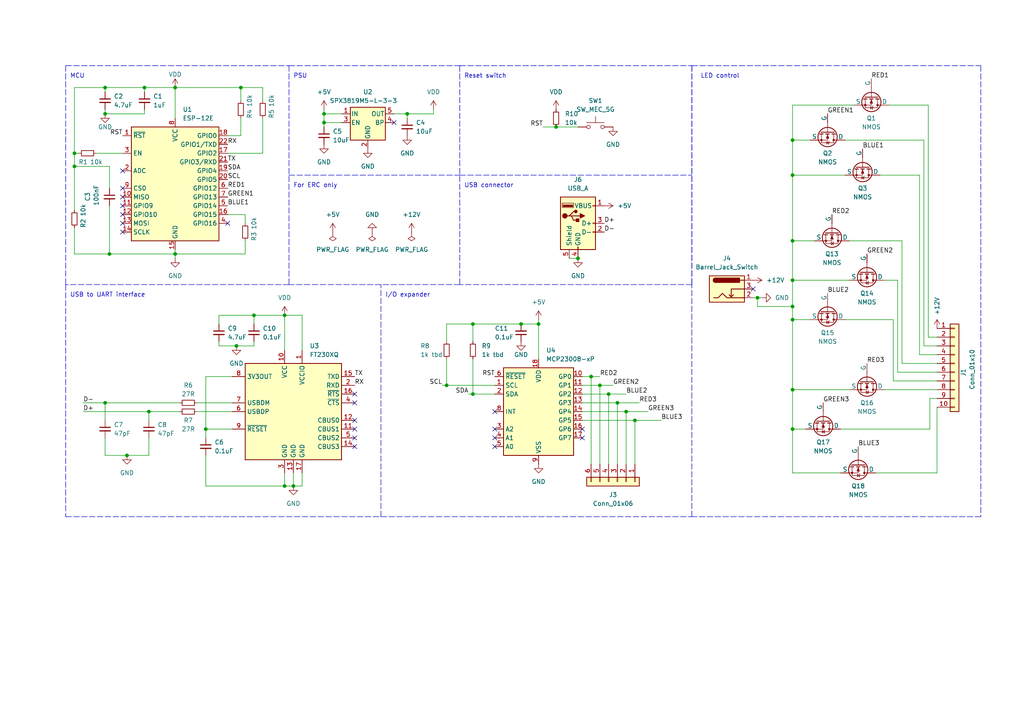
<source format=kicad_sch>
(kicad_sch (version 20230121) (generator eeschema)

  (uuid 8e44f754-7e33-4a98-b8c9-ed4c7df4583a)

  (paper "A4")

  (title_block
    (title "Christmas lights")
    (date "2023-12-3")
    (company "Yiting Wang, Mateusz Wolski, Rolland Theodore")
  )

  (lib_symbols
    (symbol "Connector:Barrel_Jack_Switch" (pin_names hide) (in_bom yes) (on_board yes)
      (property "Reference" "J" (at 0 5.334 0)
        (effects (font (size 1.27 1.27)))
      )
      (property "Value" "Barrel_Jack_Switch" (at 0 -5.08 0)
        (effects (font (size 1.27 1.27)))
      )
      (property "Footprint" "" (at 1.27 -1.016 0)
        (effects (font (size 1.27 1.27)) hide)
      )
      (property "Datasheet" "~" (at 1.27 -1.016 0)
        (effects (font (size 1.27 1.27)) hide)
      )
      (property "ki_keywords" "DC power barrel jack connector" (at 0 0 0)
        (effects (font (size 1.27 1.27)) hide)
      )
      (property "ki_description" "DC Barrel Jack with an internal switch" (at 0 0 0)
        (effects (font (size 1.27 1.27)) hide)
      )
      (property "ki_fp_filters" "BarrelJack*" (at 0 0 0)
        (effects (font (size 1.27 1.27)) hide)
      )
      (symbol "Barrel_Jack_Switch_0_1"
        (rectangle (start -5.08 3.81) (end 5.08 -3.81)
          (stroke (width 0.254) (type default))
          (fill (type background))
        )
        (arc (start -3.302 3.175) (mid -3.9343 2.54) (end -3.302 1.905)
          (stroke (width 0.254) (type default))
          (fill (type none))
        )
        (arc (start -3.302 3.175) (mid -3.9343 2.54) (end -3.302 1.905)
          (stroke (width 0.254) (type default))
          (fill (type outline))
        )
        (polyline
          (pts
            (xy 1.27 -2.286)
            (xy 1.905 -1.651)
          )
          (stroke (width 0.254) (type default))
          (fill (type none))
        )
        (polyline
          (pts
            (xy 5.08 2.54)
            (xy 3.81 2.54)
          )
          (stroke (width 0.254) (type default))
          (fill (type none))
        )
        (polyline
          (pts
            (xy 5.08 0)
            (xy 1.27 0)
            (xy 1.27 -2.286)
            (xy 0.635 -1.651)
          )
          (stroke (width 0.254) (type default))
          (fill (type none))
        )
        (polyline
          (pts
            (xy -3.81 -2.54)
            (xy -2.54 -2.54)
            (xy -1.27 -1.27)
            (xy 0 -2.54)
            (xy 2.54 -2.54)
            (xy 5.08 -2.54)
          )
          (stroke (width 0.254) (type default))
          (fill (type none))
        )
        (rectangle (start 3.683 3.175) (end -3.302 1.905)
          (stroke (width 0.254) (type default))
          (fill (type outline))
        )
      )
      (symbol "Barrel_Jack_Switch_1_1"
        (pin passive line (at 7.62 2.54 180) (length 2.54)
          (name "~" (effects (font (size 1.27 1.27))))
          (number "1" (effects (font (size 1.27 1.27))))
        )
        (pin passive line (at 7.62 -2.54 180) (length 2.54)
          (name "~" (effects (font (size 1.27 1.27))))
          (number "2" (effects (font (size 1.27 1.27))))
        )
        (pin passive line (at 7.62 0 180) (length 2.54)
          (name "~" (effects (font (size 1.27 1.27))))
          (number "3" (effects (font (size 1.27 1.27))))
        )
      )
    )
    (symbol "Connector:USB_A" (pin_names (offset 1.016)) (in_bom yes) (on_board yes)
      (property "Reference" "J" (at -5.08 11.43 0)
        (effects (font (size 1.27 1.27)) (justify left))
      )
      (property "Value" "USB_A" (at -5.08 8.89 0)
        (effects (font (size 1.27 1.27)) (justify left))
      )
      (property "Footprint" "" (at 3.81 -1.27 0)
        (effects (font (size 1.27 1.27)) hide)
      )
      (property "Datasheet" " ~" (at 3.81 -1.27 0)
        (effects (font (size 1.27 1.27)) hide)
      )
      (property "ki_keywords" "connector USB" (at 0 0 0)
        (effects (font (size 1.27 1.27)) hide)
      )
      (property "ki_description" "USB Type A connector" (at 0 0 0)
        (effects (font (size 1.27 1.27)) hide)
      )
      (property "ki_fp_filters" "USB*" (at 0 0 0)
        (effects (font (size 1.27 1.27)) hide)
      )
      (symbol "USB_A_0_1"
        (rectangle (start -5.08 -7.62) (end 5.08 7.62)
          (stroke (width 0.254) (type default))
          (fill (type background))
        )
        (circle (center -3.81 2.159) (radius 0.635)
          (stroke (width 0.254) (type default))
          (fill (type outline))
        )
        (rectangle (start -1.524 4.826) (end -4.318 5.334)
          (stroke (width 0) (type default))
          (fill (type outline))
        )
        (rectangle (start -1.27 4.572) (end -4.572 5.842)
          (stroke (width 0) (type default))
          (fill (type none))
        )
        (circle (center -0.635 3.429) (radius 0.381)
          (stroke (width 0.254) (type default))
          (fill (type outline))
        )
        (rectangle (start -0.127 -7.62) (end 0.127 -6.858)
          (stroke (width 0) (type default))
          (fill (type none))
        )
        (polyline
          (pts
            (xy -3.175 2.159)
            (xy -2.54 2.159)
            (xy -1.27 3.429)
            (xy -0.635 3.429)
          )
          (stroke (width 0.254) (type default))
          (fill (type none))
        )
        (polyline
          (pts
            (xy -2.54 2.159)
            (xy -1.905 2.159)
            (xy -1.27 0.889)
            (xy 0 0.889)
          )
          (stroke (width 0.254) (type default))
          (fill (type none))
        )
        (polyline
          (pts
            (xy 0.635 2.794)
            (xy 0.635 1.524)
            (xy 1.905 2.159)
            (xy 0.635 2.794)
          )
          (stroke (width 0.254) (type default))
          (fill (type outline))
        )
        (rectangle (start 0.254 1.27) (end -0.508 0.508)
          (stroke (width 0.254) (type default))
          (fill (type outline))
        )
        (rectangle (start 5.08 -2.667) (end 4.318 -2.413)
          (stroke (width 0) (type default))
          (fill (type none))
        )
        (rectangle (start 5.08 -0.127) (end 4.318 0.127)
          (stroke (width 0) (type default))
          (fill (type none))
        )
        (rectangle (start 5.08 4.953) (end 4.318 5.207)
          (stroke (width 0) (type default))
          (fill (type none))
        )
      )
      (symbol "USB_A_1_1"
        (polyline
          (pts
            (xy -1.905 2.159)
            (xy 0.635 2.159)
          )
          (stroke (width 0.254) (type default))
          (fill (type none))
        )
        (pin power_in line (at 7.62 5.08 180) (length 2.54)
          (name "VBUS" (effects (font (size 1.27 1.27))))
          (number "1" (effects (font (size 1.27 1.27))))
        )
        (pin bidirectional line (at 7.62 -2.54 180) (length 2.54)
          (name "D-" (effects (font (size 1.27 1.27))))
          (number "2" (effects (font (size 1.27 1.27))))
        )
        (pin bidirectional line (at 7.62 0 180) (length 2.54)
          (name "D+" (effects (font (size 1.27 1.27))))
          (number "3" (effects (font (size 1.27 1.27))))
        )
        (pin power_in line (at 0 -10.16 90) (length 2.54)
          (name "GND" (effects (font (size 1.27 1.27))))
          (number "4" (effects (font (size 1.27 1.27))))
        )
        (pin passive line (at -2.54 -10.16 90) (length 2.54)
          (name "Shield" (effects (font (size 1.27 1.27))))
          (number "5" (effects (font (size 1.27 1.27))))
        )
      )
    )
    (symbol "Connector_Generic:Conn_01x06" (pin_names (offset 1.016) hide) (in_bom yes) (on_board yes)
      (property "Reference" "J" (at 0 7.62 0)
        (effects (font (size 1.27 1.27)))
      )
      (property "Value" "Conn_01x06" (at 0 -10.16 0)
        (effects (font (size 1.27 1.27)))
      )
      (property "Footprint" "" (at 0 0 0)
        (effects (font (size 1.27 1.27)) hide)
      )
      (property "Datasheet" "~" (at 0 0 0)
        (effects (font (size 1.27 1.27)) hide)
      )
      (property "ki_keywords" "connector" (at 0 0 0)
        (effects (font (size 1.27 1.27)) hide)
      )
      (property "ki_description" "Generic connector, single row, 01x06, script generated (kicad-library-utils/schlib/autogen/connector/)" (at 0 0 0)
        (effects (font (size 1.27 1.27)) hide)
      )
      (property "ki_fp_filters" "Connector*:*_1x??_*" (at 0 0 0)
        (effects (font (size 1.27 1.27)) hide)
      )
      (symbol "Conn_01x06_1_1"
        (rectangle (start -1.27 -7.493) (end 0 -7.747)
          (stroke (width 0.1524) (type default))
          (fill (type none))
        )
        (rectangle (start -1.27 -4.953) (end 0 -5.207)
          (stroke (width 0.1524) (type default))
          (fill (type none))
        )
        (rectangle (start -1.27 -2.413) (end 0 -2.667)
          (stroke (width 0.1524) (type default))
          (fill (type none))
        )
        (rectangle (start -1.27 0.127) (end 0 -0.127)
          (stroke (width 0.1524) (type default))
          (fill (type none))
        )
        (rectangle (start -1.27 2.667) (end 0 2.413)
          (stroke (width 0.1524) (type default))
          (fill (type none))
        )
        (rectangle (start -1.27 5.207) (end 0 4.953)
          (stroke (width 0.1524) (type default))
          (fill (type none))
        )
        (rectangle (start -1.27 6.35) (end 1.27 -8.89)
          (stroke (width 0.254) (type default))
          (fill (type background))
        )
        (pin passive line (at -5.08 5.08 0) (length 3.81)
          (name "Pin_1" (effects (font (size 1.27 1.27))))
          (number "1" (effects (font (size 1.27 1.27))))
        )
        (pin passive line (at -5.08 2.54 0) (length 3.81)
          (name "Pin_2" (effects (font (size 1.27 1.27))))
          (number "2" (effects (font (size 1.27 1.27))))
        )
        (pin passive line (at -5.08 0 0) (length 3.81)
          (name "Pin_3" (effects (font (size 1.27 1.27))))
          (number "3" (effects (font (size 1.27 1.27))))
        )
        (pin passive line (at -5.08 -2.54 0) (length 3.81)
          (name "Pin_4" (effects (font (size 1.27 1.27))))
          (number "4" (effects (font (size 1.27 1.27))))
        )
        (pin passive line (at -5.08 -5.08 0) (length 3.81)
          (name "Pin_5" (effects (font (size 1.27 1.27))))
          (number "5" (effects (font (size 1.27 1.27))))
        )
        (pin passive line (at -5.08 -7.62 0) (length 3.81)
          (name "Pin_6" (effects (font (size 1.27 1.27))))
          (number "6" (effects (font (size 1.27 1.27))))
        )
      )
    )
    (symbol "Connector_Generic:Conn_01x10" (pin_names (offset 1.016) hide) (in_bom yes) (on_board yes)
      (property "Reference" "J" (at 0 12.7 0)
        (effects (font (size 1.27 1.27)))
      )
      (property "Value" "Conn_01x10" (at 0 -15.24 0)
        (effects (font (size 1.27 1.27)))
      )
      (property "Footprint" "" (at 0 0 0)
        (effects (font (size 1.27 1.27)) hide)
      )
      (property "Datasheet" "~" (at 0 0 0)
        (effects (font (size 1.27 1.27)) hide)
      )
      (property "ki_keywords" "connector" (at 0 0 0)
        (effects (font (size 1.27 1.27)) hide)
      )
      (property "ki_description" "Generic connector, single row, 01x10, script generated (kicad-library-utils/schlib/autogen/connector/)" (at 0 0 0)
        (effects (font (size 1.27 1.27)) hide)
      )
      (property "ki_fp_filters" "Connector*:*_1x??_*" (at 0 0 0)
        (effects (font (size 1.27 1.27)) hide)
      )
      (symbol "Conn_01x10_1_1"
        (rectangle (start -1.27 -12.573) (end 0 -12.827)
          (stroke (width 0.1524) (type default))
          (fill (type none))
        )
        (rectangle (start -1.27 -10.033) (end 0 -10.287)
          (stroke (width 0.1524) (type default))
          (fill (type none))
        )
        (rectangle (start -1.27 -7.493) (end 0 -7.747)
          (stroke (width 0.1524) (type default))
          (fill (type none))
        )
        (rectangle (start -1.27 -4.953) (end 0 -5.207)
          (stroke (width 0.1524) (type default))
          (fill (type none))
        )
        (rectangle (start -1.27 -2.413) (end 0 -2.667)
          (stroke (width 0.1524) (type default))
          (fill (type none))
        )
        (rectangle (start -1.27 0.127) (end 0 -0.127)
          (stroke (width 0.1524) (type default))
          (fill (type none))
        )
        (rectangle (start -1.27 2.667) (end 0 2.413)
          (stroke (width 0.1524) (type default))
          (fill (type none))
        )
        (rectangle (start -1.27 5.207) (end 0 4.953)
          (stroke (width 0.1524) (type default))
          (fill (type none))
        )
        (rectangle (start -1.27 7.747) (end 0 7.493)
          (stroke (width 0.1524) (type default))
          (fill (type none))
        )
        (rectangle (start -1.27 10.287) (end 0 10.033)
          (stroke (width 0.1524) (type default))
          (fill (type none))
        )
        (rectangle (start -1.27 11.43) (end 1.27 -13.97)
          (stroke (width 0.254) (type default))
          (fill (type background))
        )
        (pin passive line (at -5.08 10.16 0) (length 3.81)
          (name "Pin_1" (effects (font (size 1.27 1.27))))
          (number "1" (effects (font (size 1.27 1.27))))
        )
        (pin passive line (at -5.08 -12.7 0) (length 3.81)
          (name "Pin_10" (effects (font (size 1.27 1.27))))
          (number "10" (effects (font (size 1.27 1.27))))
        )
        (pin passive line (at -5.08 7.62 0) (length 3.81)
          (name "Pin_2" (effects (font (size 1.27 1.27))))
          (number "2" (effects (font (size 1.27 1.27))))
        )
        (pin passive line (at -5.08 5.08 0) (length 3.81)
          (name "Pin_3" (effects (font (size 1.27 1.27))))
          (number "3" (effects (font (size 1.27 1.27))))
        )
        (pin passive line (at -5.08 2.54 0) (length 3.81)
          (name "Pin_4" (effects (font (size 1.27 1.27))))
          (number "4" (effects (font (size 1.27 1.27))))
        )
        (pin passive line (at -5.08 0 0) (length 3.81)
          (name "Pin_5" (effects (font (size 1.27 1.27))))
          (number "5" (effects (font (size 1.27 1.27))))
        )
        (pin passive line (at -5.08 -2.54 0) (length 3.81)
          (name "Pin_6" (effects (font (size 1.27 1.27))))
          (number "6" (effects (font (size 1.27 1.27))))
        )
        (pin passive line (at -5.08 -5.08 0) (length 3.81)
          (name "Pin_7" (effects (font (size 1.27 1.27))))
          (number "7" (effects (font (size 1.27 1.27))))
        )
        (pin passive line (at -5.08 -7.62 0) (length 3.81)
          (name "Pin_8" (effects (font (size 1.27 1.27))))
          (number "8" (effects (font (size 1.27 1.27))))
        )
        (pin passive line (at -5.08 -10.16 0) (length 3.81)
          (name "Pin_9" (effects (font (size 1.27 1.27))))
          (number "9" (effects (font (size 1.27 1.27))))
        )
      )
    )
    (symbol "Device:C_Small" (pin_numbers hide) (pin_names (offset 0.254) hide) (in_bom yes) (on_board yes)
      (property "Reference" "C" (at 0.254 1.778 0)
        (effects (font (size 1.27 1.27)) (justify left))
      )
      (property "Value" "C_Small" (at 0.254 -2.032 0)
        (effects (font (size 1.27 1.27)) (justify left))
      )
      (property "Footprint" "" (at 0 0 0)
        (effects (font (size 1.27 1.27)) hide)
      )
      (property "Datasheet" "~" (at 0 0 0)
        (effects (font (size 1.27 1.27)) hide)
      )
      (property "ki_keywords" "capacitor cap" (at 0 0 0)
        (effects (font (size 1.27 1.27)) hide)
      )
      (property "ki_description" "Unpolarized capacitor, small symbol" (at 0 0 0)
        (effects (font (size 1.27 1.27)) hide)
      )
      (property "ki_fp_filters" "C_*" (at 0 0 0)
        (effects (font (size 1.27 1.27)) hide)
      )
      (symbol "C_Small_0_1"
        (polyline
          (pts
            (xy -1.524 -0.508)
            (xy 1.524 -0.508)
          )
          (stroke (width 0.3302) (type default))
          (fill (type none))
        )
        (polyline
          (pts
            (xy -1.524 0.508)
            (xy 1.524 0.508)
          )
          (stroke (width 0.3048) (type default))
          (fill (type none))
        )
      )
      (symbol "C_Small_1_1"
        (pin passive line (at 0 2.54 270) (length 2.032)
          (name "~" (effects (font (size 1.27 1.27))))
          (number "1" (effects (font (size 1.27 1.27))))
        )
        (pin passive line (at 0 -2.54 90) (length 2.032)
          (name "~" (effects (font (size 1.27 1.27))))
          (number "2" (effects (font (size 1.27 1.27))))
        )
      )
    )
    (symbol "Device:R_Small" (pin_numbers hide) (pin_names (offset 0.254) hide) (in_bom yes) (on_board yes)
      (property "Reference" "R" (at 0.762 0.508 0)
        (effects (font (size 1.27 1.27)) (justify left))
      )
      (property "Value" "R_Small" (at 0.762 -1.016 0)
        (effects (font (size 1.27 1.27)) (justify left))
      )
      (property "Footprint" "" (at 0 0 0)
        (effects (font (size 1.27 1.27)) hide)
      )
      (property "Datasheet" "~" (at 0 0 0)
        (effects (font (size 1.27 1.27)) hide)
      )
      (property "ki_keywords" "R resistor" (at 0 0 0)
        (effects (font (size 1.27 1.27)) hide)
      )
      (property "ki_description" "Resistor, small symbol" (at 0 0 0)
        (effects (font (size 1.27 1.27)) hide)
      )
      (property "ki_fp_filters" "R_*" (at 0 0 0)
        (effects (font (size 1.27 1.27)) hide)
      )
      (symbol "R_Small_0_1"
        (rectangle (start -0.762 1.778) (end 0.762 -1.778)
          (stroke (width 0.2032) (type default))
          (fill (type none))
        )
      )
      (symbol "R_Small_1_1"
        (pin passive line (at 0 2.54 270) (length 0.762)
          (name "~" (effects (font (size 1.27 1.27))))
          (number "1" (effects (font (size 1.27 1.27))))
        )
        (pin passive line (at 0 -2.54 90) (length 0.762)
          (name "~" (effects (font (size 1.27 1.27))))
          (number "2" (effects (font (size 1.27 1.27))))
        )
      )
    )
    (symbol "Interface_Expansion:MCP23008-xP" (in_bom yes) (on_board yes)
      (property "Reference" "U" (at -8.89 13.97 0)
        (effects (font (size 1.27 1.27)))
      )
      (property "Value" "MCP23008-xP" (at 8.89 13.97 0)
        (effects (font (size 1.27 1.27)))
      )
      (property "Footprint" "Package_DIP:DIP-18_W7.62mm" (at 0 -26.67 0)
        (effects (font (size 1.27 1.27)) hide)
      )
      (property "Datasheet" "http://ww1.microchip.com/downloads/en/DeviceDoc/MCP23008-MCP23S08-Data-Sheet-20001919F.pdf" (at 33.02 -30.48 0)
        (effects (font (size 1.27 1.27)) hide)
      )
      (property "ki_keywords" "I2C parallel port expander" (at 0 0 0)
        (effects (font (size 1.27 1.27)) hide)
      )
      (property "ki_description" "8-bit I/O expander, I2C, interrupts, PDIP-18" (at 0 0 0)
        (effects (font (size 1.27 1.27)) hide)
      )
      (property "ki_fp_filters" "DIP*W7.62mm*" (at 0 0 0)
        (effects (font (size 1.27 1.27)) hide)
      )
      (symbol "MCP23008-xP_0_1"
        (rectangle (start -10.16 12.7) (end 10.16 -12.7)
          (stroke (width 0.254) (type default))
          (fill (type background))
        )
      )
      (symbol "MCP23008-xP_1_1"
        (pin input line (at -12.7 7.62 0) (length 2.54)
          (name "SCL" (effects (font (size 1.27 1.27))))
          (number "1" (effects (font (size 1.27 1.27))))
        )
        (pin bidirectional line (at 12.7 10.16 180) (length 2.54)
          (name "GP0" (effects (font (size 1.27 1.27))))
          (number "10" (effects (font (size 1.27 1.27))))
        )
        (pin bidirectional line (at 12.7 7.62 180) (length 2.54)
          (name "GP1" (effects (font (size 1.27 1.27))))
          (number "11" (effects (font (size 1.27 1.27))))
        )
        (pin bidirectional line (at 12.7 5.08 180) (length 2.54)
          (name "GP2" (effects (font (size 1.27 1.27))))
          (number "12" (effects (font (size 1.27 1.27))))
        )
        (pin bidirectional line (at 12.7 2.54 180) (length 2.54)
          (name "GP3" (effects (font (size 1.27 1.27))))
          (number "13" (effects (font (size 1.27 1.27))))
        )
        (pin bidirectional line (at 12.7 0 180) (length 2.54)
          (name "GP4" (effects (font (size 1.27 1.27))))
          (number "14" (effects (font (size 1.27 1.27))))
        )
        (pin bidirectional line (at 12.7 -2.54 180) (length 2.54)
          (name "GP5" (effects (font (size 1.27 1.27))))
          (number "15" (effects (font (size 1.27 1.27))))
        )
        (pin bidirectional line (at 12.7 -5.08 180) (length 2.54)
          (name "GP6" (effects (font (size 1.27 1.27))))
          (number "16" (effects (font (size 1.27 1.27))))
        )
        (pin bidirectional line (at 12.7 -7.62 180) (length 2.54)
          (name "GP7" (effects (font (size 1.27 1.27))))
          (number "17" (effects (font (size 1.27 1.27))))
        )
        (pin power_in line (at 0 15.24 270) (length 2.54)
          (name "VDD" (effects (font (size 1.27 1.27))))
          (number "18" (effects (font (size 1.27 1.27))))
        )
        (pin bidirectional line (at -12.7 5.08 0) (length 2.54)
          (name "SDA" (effects (font (size 1.27 1.27))))
          (number "2" (effects (font (size 1.27 1.27))))
        )
        (pin input line (at -12.7 -5.08 0) (length 2.54)
          (name "A2" (effects (font (size 1.27 1.27))))
          (number "3" (effects (font (size 1.27 1.27))))
        )
        (pin input line (at -12.7 -7.62 0) (length 2.54)
          (name "A1" (effects (font (size 1.27 1.27))))
          (number "4" (effects (font (size 1.27 1.27))))
        )
        (pin input line (at -12.7 -10.16 0) (length 2.54)
          (name "A0" (effects (font (size 1.27 1.27))))
          (number "5" (effects (font (size 1.27 1.27))))
        )
        (pin input line (at -12.7 10.16 0) (length 2.54)
          (name "~{RESET}" (effects (font (size 1.27 1.27))))
          (number "6" (effects (font (size 1.27 1.27))))
        )
        (pin no_connect line (at -10.16 -2.54 0) (length 2.54) hide
          (name "NC" (effects (font (size 1.27 1.27))))
          (number "7" (effects (font (size 1.27 1.27))))
        )
        (pin output line (at -12.7 0 0) (length 2.54)
          (name "INT" (effects (font (size 1.27 1.27))))
          (number "8" (effects (font (size 1.27 1.27))))
          (alternate "INT" open_collector line)
        )
        (pin power_in line (at 0 -15.24 90) (length 2.54)
          (name "VSS" (effects (font (size 1.27 1.27))))
          (number "9" (effects (font (size 1.27 1.27))))
        )
      )
    )
    (symbol "Interface_USB:FT230XQ" (in_bom yes) (on_board yes)
      (property "Reference" "U" (at -13.97 15.24 0)
        (effects (font (size 1.27 1.27)) (justify left))
      )
      (property "Value" "FT230XQ" (at 7.62 15.24 0)
        (effects (font (size 1.27 1.27)) (justify left))
      )
      (property "Footprint" "Package_DFN_QFN:QFN-16-1EP_4x4mm_P0.65mm_EP2.1x2.1mm" (at 34.29 -15.24 0)
        (effects (font (size 1.27 1.27)) hide)
      )
      (property "Datasheet" "https://www.ftdichip.com/Support/Documents/DataSheets/ICs/DS_FT230X.pdf" (at 0 0 0)
        (effects (font (size 1.27 1.27)) hide)
      )
      (property "ki_keywords" "FTDI USB UART interface converter" (at 0 0 0)
        (effects (font (size 1.27 1.27)) hide)
      )
      (property "ki_description" "Full Speed USB to Basic UART, QFN-16" (at 0 0 0)
        (effects (font (size 1.27 1.27)) hide)
      )
      (property "ki_fp_filters" "QFN*1EP*4x4mm*P0.65mm*" (at 0 0 0)
        (effects (font (size 1.27 1.27)) hide)
      )
      (symbol "FT230XQ_0_1"
        (rectangle (start -13.97 13.97) (end 13.97 -13.97)
          (stroke (width 0.254) (type default))
          (fill (type background))
        )
      )
      (symbol "FT230XQ_1_1"
        (pin power_in line (at 2.54 17.78 270) (length 3.81)
          (name "VCCIO" (effects (font (size 1.27 1.27))))
          (number "1" (effects (font (size 1.27 1.27))))
        )
        (pin power_in line (at -2.54 17.78 270) (length 3.81)
          (name "VCC" (effects (font (size 1.27 1.27))))
          (number "10" (effects (font (size 1.27 1.27))))
        )
        (pin bidirectional line (at 17.78 -5.08 180) (length 3.81)
          (name "CBUS1" (effects (font (size 1.27 1.27))))
          (number "11" (effects (font (size 1.27 1.27))))
        )
        (pin bidirectional line (at 17.78 -2.54 180) (length 3.81)
          (name "CBUS0" (effects (font (size 1.27 1.27))))
          (number "12" (effects (font (size 1.27 1.27))))
        )
        (pin power_in line (at 0 -17.78 90) (length 3.81)
          (name "GND" (effects (font (size 1.27 1.27))))
          (number "13" (effects (font (size 1.27 1.27))))
        )
        (pin bidirectional line (at 17.78 -10.16 180) (length 3.81)
          (name "CBUS3" (effects (font (size 1.27 1.27))))
          (number "14" (effects (font (size 1.27 1.27))))
        )
        (pin output line (at 17.78 10.16 180) (length 3.81)
          (name "TXD" (effects (font (size 1.27 1.27))))
          (number "15" (effects (font (size 1.27 1.27))))
        )
        (pin output line (at 17.78 5.08 180) (length 3.81)
          (name "~{RTS}" (effects (font (size 1.27 1.27))))
          (number "16" (effects (font (size 1.27 1.27))))
        )
        (pin power_in line (at 2.54 -17.78 90) (length 3.81)
          (name "GND" (effects (font (size 1.27 1.27))))
          (number "17" (effects (font (size 1.27 1.27))))
        )
        (pin input line (at 17.78 7.62 180) (length 3.81)
          (name "RXD" (effects (font (size 1.27 1.27))))
          (number "2" (effects (font (size 1.27 1.27))))
        )
        (pin power_in line (at -2.54 -17.78 90) (length 3.81)
          (name "GND" (effects (font (size 1.27 1.27))))
          (number "3" (effects (font (size 1.27 1.27))))
        )
        (pin input line (at 17.78 2.54 180) (length 3.81)
          (name "~{CTS}" (effects (font (size 1.27 1.27))))
          (number "4" (effects (font (size 1.27 1.27))))
        )
        (pin bidirectional line (at 17.78 -7.62 180) (length 3.81)
          (name "CBUS2" (effects (font (size 1.27 1.27))))
          (number "5" (effects (font (size 1.27 1.27))))
        )
        (pin bidirectional line (at -17.78 0 0) (length 3.81)
          (name "USBDP" (effects (font (size 1.27 1.27))))
          (number "6" (effects (font (size 1.27 1.27))))
        )
        (pin bidirectional line (at -17.78 2.54 0) (length 3.81)
          (name "USBDM" (effects (font (size 1.27 1.27))))
          (number "7" (effects (font (size 1.27 1.27))))
        )
        (pin power_out line (at -17.78 10.16 0) (length 3.81)
          (name "3V3OUT" (effects (font (size 1.27 1.27))))
          (number "8" (effects (font (size 1.27 1.27))))
        )
        (pin input line (at -17.78 -5.08 0) (length 3.81)
          (name "~{RESET}" (effects (font (size 1.27 1.27))))
          (number "9" (effects (font (size 1.27 1.27))))
        )
      )
    )
    (symbol "RF_Module:ESP-12E" (in_bom yes) (on_board yes)
      (property "Reference" "U" (at -12.7 19.05 0)
        (effects (font (size 1.27 1.27)) (justify left))
      )
      (property "Value" "ESP-12E" (at 12.7 19.05 0)
        (effects (font (size 1.27 1.27)) (justify right))
      )
      (property "Footprint" "RF_Module:ESP-12E" (at 0 0 0)
        (effects (font (size 1.27 1.27)) hide)
      )
      (property "Datasheet" "http://wiki.ai-thinker.com/_media/esp8266/esp8266_series_modules_user_manual_v1.1.pdf" (at -8.89 2.54 0)
        (effects (font (size 1.27 1.27)) hide)
      )
      (property "ki_keywords" "802.11 Wi-Fi" (at 0 0 0)
        (effects (font (size 1.27 1.27)) hide)
      )
      (property "ki_description" "802.11 b/g/n Wi-Fi Module" (at 0 0 0)
        (effects (font (size 1.27 1.27)) hide)
      )
      (property "ki_fp_filters" "ESP?12*" (at 0 0 0)
        (effects (font (size 1.27 1.27)) hide)
      )
      (symbol "ESP-12E_0_1"
        (rectangle (start -12.7 17.78) (end 12.7 -15.24)
          (stroke (width 0.254) (type default))
          (fill (type background))
        )
      )
      (symbol "ESP-12E_1_1"
        (pin input line (at -15.24 15.24 0) (length 2.54)
          (name "~{RST}" (effects (font (size 1.27 1.27))))
          (number "1" (effects (font (size 1.27 1.27))))
        )
        (pin bidirectional line (at -15.24 -2.54 0) (length 2.54)
          (name "MISO" (effects (font (size 1.27 1.27))))
          (number "10" (effects (font (size 1.27 1.27))))
        )
        (pin bidirectional line (at -15.24 -5.08 0) (length 2.54)
          (name "GPIO9" (effects (font (size 1.27 1.27))))
          (number "11" (effects (font (size 1.27 1.27))))
        )
        (pin bidirectional line (at -15.24 -7.62 0) (length 2.54)
          (name "GPIO10" (effects (font (size 1.27 1.27))))
          (number "12" (effects (font (size 1.27 1.27))))
        )
        (pin bidirectional line (at -15.24 -10.16 0) (length 2.54)
          (name "MOSI" (effects (font (size 1.27 1.27))))
          (number "13" (effects (font (size 1.27 1.27))))
        )
        (pin bidirectional line (at -15.24 -12.7 0) (length 2.54)
          (name "SCLK" (effects (font (size 1.27 1.27))))
          (number "14" (effects (font (size 1.27 1.27))))
        )
        (pin power_in line (at 0 -17.78 90) (length 2.54)
          (name "GND" (effects (font (size 1.27 1.27))))
          (number "15" (effects (font (size 1.27 1.27))))
        )
        (pin bidirectional line (at 15.24 -7.62 180) (length 2.54)
          (name "GPIO15" (effects (font (size 1.27 1.27))))
          (number "16" (effects (font (size 1.27 1.27))))
        )
        (pin bidirectional line (at 15.24 10.16 180) (length 2.54)
          (name "GPIO2" (effects (font (size 1.27 1.27))))
          (number "17" (effects (font (size 1.27 1.27))))
        )
        (pin bidirectional line (at 15.24 15.24 180) (length 2.54)
          (name "GPIO0" (effects (font (size 1.27 1.27))))
          (number "18" (effects (font (size 1.27 1.27))))
        )
        (pin bidirectional line (at 15.24 5.08 180) (length 2.54)
          (name "GPIO4" (effects (font (size 1.27 1.27))))
          (number "19" (effects (font (size 1.27 1.27))))
        )
        (pin input line (at -15.24 5.08 0) (length 2.54)
          (name "ADC" (effects (font (size 1.27 1.27))))
          (number "2" (effects (font (size 1.27 1.27))))
        )
        (pin bidirectional line (at 15.24 2.54 180) (length 2.54)
          (name "GPIO5" (effects (font (size 1.27 1.27))))
          (number "20" (effects (font (size 1.27 1.27))))
        )
        (pin bidirectional line (at 15.24 7.62 180) (length 2.54)
          (name "GPIO3/RXD" (effects (font (size 1.27 1.27))))
          (number "21" (effects (font (size 1.27 1.27))))
        )
        (pin bidirectional line (at 15.24 12.7 180) (length 2.54)
          (name "GPIO1/TXD" (effects (font (size 1.27 1.27))))
          (number "22" (effects (font (size 1.27 1.27))))
        )
        (pin input line (at -15.24 10.16 0) (length 2.54)
          (name "EN" (effects (font (size 1.27 1.27))))
          (number "3" (effects (font (size 1.27 1.27))))
        )
        (pin bidirectional line (at 15.24 -10.16 180) (length 2.54)
          (name "GPIO16" (effects (font (size 1.27 1.27))))
          (number "4" (effects (font (size 1.27 1.27))))
        )
        (pin bidirectional line (at 15.24 -5.08 180) (length 2.54)
          (name "GPIO14" (effects (font (size 1.27 1.27))))
          (number "5" (effects (font (size 1.27 1.27))))
        )
        (pin bidirectional line (at 15.24 0 180) (length 2.54)
          (name "GPIO12" (effects (font (size 1.27 1.27))))
          (number "6" (effects (font (size 1.27 1.27))))
        )
        (pin bidirectional line (at 15.24 -2.54 180) (length 2.54)
          (name "GPIO13" (effects (font (size 1.27 1.27))))
          (number "7" (effects (font (size 1.27 1.27))))
        )
        (pin power_in line (at 0 20.32 270) (length 2.54)
          (name "VCC" (effects (font (size 1.27 1.27))))
          (number "8" (effects (font (size 1.27 1.27))))
        )
        (pin input line (at -15.24 0 0) (length 2.54)
          (name "CS0" (effects (font (size 1.27 1.27))))
          (number "9" (effects (font (size 1.27 1.27))))
        )
      )
    )
    (symbol "Regulator_Linear:SPX3819M5-L-3-3" (pin_names (offset 0.254)) (in_bom yes) (on_board yes)
      (property "Reference" "U" (at -3.81 5.715 0)
        (effects (font (size 1.27 1.27)))
      )
      (property "Value" "SPX3819M5-L-3-3" (at 0 5.715 0)
        (effects (font (size 1.27 1.27)) (justify left))
      )
      (property "Footprint" "Package_TO_SOT_SMD:SOT-23-5" (at 0 8.255 0)
        (effects (font (size 1.27 1.27)) hide)
      )
      (property "Datasheet" "https://www.exar.com/content/document.ashx?id=22106&languageid=1033&type=Datasheet&partnumber=SPX3819&filename=SPX3819.pdf&part=SPX3819" (at 0 0 0)
        (effects (font (size 1.27 1.27)) hide)
      )
      (property "ki_keywords" "REGULATOR LDO 3.3V" (at 0 0 0)
        (effects (font (size 1.27 1.27)) hide)
      )
      (property "ki_description" "500mA Low drop-out regulator, Fixed Output 3.3V, SOT-23-5" (at 0 0 0)
        (effects (font (size 1.27 1.27)) hide)
      )
      (property "ki_fp_filters" "SOT?23*" (at 0 0 0)
        (effects (font (size 1.27 1.27)) hide)
      )
      (symbol "SPX3819M5-L-3-3_0_1"
        (rectangle (start -5.08 4.445) (end 5.08 -5.08)
          (stroke (width 0.254) (type default))
          (fill (type background))
        )
      )
      (symbol "SPX3819M5-L-3-3_1_1"
        (pin power_in line (at -7.62 2.54 0) (length 2.54)
          (name "IN" (effects (font (size 1.27 1.27))))
          (number "1" (effects (font (size 1.27 1.27))))
        )
        (pin power_in line (at 0 -7.62 90) (length 2.54)
          (name "GND" (effects (font (size 1.27 1.27))))
          (number "2" (effects (font (size 1.27 1.27))))
        )
        (pin input line (at -7.62 0 0) (length 2.54)
          (name "EN" (effects (font (size 1.27 1.27))))
          (number "3" (effects (font (size 1.27 1.27))))
        )
        (pin input line (at 7.62 0 180) (length 2.54)
          (name "BP" (effects (font (size 1.27 1.27))))
          (number "4" (effects (font (size 1.27 1.27))))
        )
        (pin power_out line (at 7.62 2.54 180) (length 2.54)
          (name "OUT" (effects (font (size 1.27 1.27))))
          (number "5" (effects (font (size 1.27 1.27))))
        )
      )
    )
    (symbol "Simulation_SPICE:NMOS" (pin_numbers hide) (pin_names (offset 0)) (in_bom yes) (on_board yes)
      (property "Reference" "Q" (at 5.08 1.27 0)
        (effects (font (size 1.27 1.27)) (justify left))
      )
      (property "Value" "NMOS" (at 5.08 -1.27 0)
        (effects (font (size 1.27 1.27)) (justify left))
      )
      (property "Footprint" "" (at 5.08 2.54 0)
        (effects (font (size 1.27 1.27)) hide)
      )
      (property "Datasheet" "https://ngspice.sourceforge.io/docs/ngspice-manual.pdf" (at 0 -12.7 0)
        (effects (font (size 1.27 1.27)) hide)
      )
      (property "Sim.Device" "NMOS" (at 0 -17.145 0)
        (effects (font (size 1.27 1.27)) hide)
      )
      (property "Sim.Type" "VDMOS" (at 0 -19.05 0)
        (effects (font (size 1.27 1.27)) hide)
      )
      (property "Sim.Pins" "1=D 2=G 3=S" (at 0 -15.24 0)
        (effects (font (size 1.27 1.27)) hide)
      )
      (property "ki_keywords" "transistor NMOS N-MOS N-MOSFET simulation" (at 0 0 0)
        (effects (font (size 1.27 1.27)) hide)
      )
      (property "ki_description" "N-MOSFET transistor, drain/source/gate" (at 0 0 0)
        (effects (font (size 1.27 1.27)) hide)
      )
      (symbol "NMOS_0_1"
        (polyline
          (pts
            (xy 0.254 0)
            (xy -2.54 0)
          )
          (stroke (width 0) (type default))
          (fill (type none))
        )
        (polyline
          (pts
            (xy 0.254 1.905)
            (xy 0.254 -1.905)
          )
          (stroke (width 0.254) (type default))
          (fill (type none))
        )
        (polyline
          (pts
            (xy 0.762 -1.27)
            (xy 0.762 -2.286)
          )
          (stroke (width 0.254) (type default))
          (fill (type none))
        )
        (polyline
          (pts
            (xy 0.762 0.508)
            (xy 0.762 -0.508)
          )
          (stroke (width 0.254) (type default))
          (fill (type none))
        )
        (polyline
          (pts
            (xy 0.762 2.286)
            (xy 0.762 1.27)
          )
          (stroke (width 0.254) (type default))
          (fill (type none))
        )
        (polyline
          (pts
            (xy 2.54 2.54)
            (xy 2.54 1.778)
          )
          (stroke (width 0) (type default))
          (fill (type none))
        )
        (polyline
          (pts
            (xy 2.54 -2.54)
            (xy 2.54 0)
            (xy 0.762 0)
          )
          (stroke (width 0) (type default))
          (fill (type none))
        )
        (polyline
          (pts
            (xy 0.762 -1.778)
            (xy 3.302 -1.778)
            (xy 3.302 1.778)
            (xy 0.762 1.778)
          )
          (stroke (width 0) (type default))
          (fill (type none))
        )
        (polyline
          (pts
            (xy 1.016 0)
            (xy 2.032 0.381)
            (xy 2.032 -0.381)
            (xy 1.016 0)
          )
          (stroke (width 0) (type default))
          (fill (type outline))
        )
        (polyline
          (pts
            (xy 2.794 0.508)
            (xy 2.921 0.381)
            (xy 3.683 0.381)
            (xy 3.81 0.254)
          )
          (stroke (width 0) (type default))
          (fill (type none))
        )
        (polyline
          (pts
            (xy 3.302 0.381)
            (xy 2.921 -0.254)
            (xy 3.683 -0.254)
            (xy 3.302 0.381)
          )
          (stroke (width 0) (type default))
          (fill (type none))
        )
        (circle (center 1.651 0) (radius 2.794)
          (stroke (width 0.254) (type default))
          (fill (type none))
        )
        (circle (center 2.54 -1.778) (radius 0.254)
          (stroke (width 0) (type default))
          (fill (type outline))
        )
        (circle (center 2.54 1.778) (radius 0.254)
          (stroke (width 0) (type default))
          (fill (type outline))
        )
      )
      (symbol "NMOS_1_1"
        (pin passive line (at 2.54 5.08 270) (length 2.54)
          (name "D" (effects (font (size 1.27 1.27))))
          (number "1" (effects (font (size 1.27 1.27))))
        )
        (pin input line (at -5.08 0 0) (length 2.54)
          (name "G" (effects (font (size 1.27 1.27))))
          (number "2" (effects (font (size 1.27 1.27))))
        )
        (pin passive line (at 2.54 -5.08 90) (length 2.54)
          (name "S" (effects (font (size 1.27 1.27))))
          (number "3" (effects (font (size 1.27 1.27))))
        )
      )
    )
    (symbol "Switch:SW_MEC_5G" (pin_numbers hide) (pin_names (offset 1.016) hide) (in_bom yes) (on_board yes)
      (property "Reference" "SW" (at 1.27 2.54 0)
        (effects (font (size 1.27 1.27)) (justify left))
      )
      (property "Value" "SW_MEC_5G" (at 0 -1.524 0)
        (effects (font (size 1.27 1.27)))
      )
      (property "Footprint" "" (at 0 5.08 0)
        (effects (font (size 1.27 1.27)) hide)
      )
      (property "Datasheet" "http://www.apem.com/int/index.php?controller=attachment&id_attachment=488" (at 0 5.08 0)
        (effects (font (size 1.27 1.27)) hide)
      )
      (property "ki_keywords" "switch normally-open pushbutton push-button" (at 0 0 0)
        (effects (font (size 1.27 1.27)) hide)
      )
      (property "ki_description" "MEC 5G single pole normally-open tactile switch" (at 0 0 0)
        (effects (font (size 1.27 1.27)) hide)
      )
      (property "ki_fp_filters" "SW*MEC*5G*" (at 0 0 0)
        (effects (font (size 1.27 1.27)) hide)
      )
      (symbol "SW_MEC_5G_0_1"
        (circle (center -2.032 0) (radius 0.508)
          (stroke (width 0) (type default))
          (fill (type none))
        )
        (polyline
          (pts
            (xy 0 1.27)
            (xy 0 3.048)
          )
          (stroke (width 0) (type default))
          (fill (type none))
        )
        (polyline
          (pts
            (xy 2.54 1.27)
            (xy -2.54 1.27)
          )
          (stroke (width 0) (type default))
          (fill (type none))
        )
        (circle (center 2.032 0) (radius 0.508)
          (stroke (width 0) (type default))
          (fill (type none))
        )
        (pin passive line (at -5.08 0 0) (length 2.54)
          (name "A" (effects (font (size 1.27 1.27))))
          (number "1" (effects (font (size 1.27 1.27))))
        )
        (pin passive line (at 5.08 0 180) (length 2.54)
          (name "B" (effects (font (size 1.27 1.27))))
          (number "3" (effects (font (size 1.27 1.27))))
        )
      )
      (symbol "SW_MEC_5G_1_1"
        (pin passive line (at -5.08 0 0) (length 2.54) hide
          (name "A" (effects (font (size 1.27 1.27))))
          (number "2" (effects (font (size 1.27 1.27))))
        )
        (pin passive line (at 5.08 0 180) (length 2.54) hide
          (name "B" (effects (font (size 1.27 1.27))))
          (number "4" (effects (font (size 1.27 1.27))))
        )
      )
    )
    (symbol "power:+12V" (power) (pin_names (offset 0)) (in_bom yes) (on_board yes)
      (property "Reference" "#PWR" (at 0 -3.81 0)
        (effects (font (size 1.27 1.27)) hide)
      )
      (property "Value" "+12V" (at 0 3.556 0)
        (effects (font (size 1.27 1.27)))
      )
      (property "Footprint" "" (at 0 0 0)
        (effects (font (size 1.27 1.27)) hide)
      )
      (property "Datasheet" "" (at 0 0 0)
        (effects (font (size 1.27 1.27)) hide)
      )
      (property "ki_keywords" "global power" (at 0 0 0)
        (effects (font (size 1.27 1.27)) hide)
      )
      (property "ki_description" "Power symbol creates a global label with name \"+12V\"" (at 0 0 0)
        (effects (font (size 1.27 1.27)) hide)
      )
      (symbol "+12V_0_1"
        (polyline
          (pts
            (xy -0.762 1.27)
            (xy 0 2.54)
          )
          (stroke (width 0) (type default))
          (fill (type none))
        )
        (polyline
          (pts
            (xy 0 0)
            (xy 0 2.54)
          )
          (stroke (width 0) (type default))
          (fill (type none))
        )
        (polyline
          (pts
            (xy 0 2.54)
            (xy 0.762 1.27)
          )
          (stroke (width 0) (type default))
          (fill (type none))
        )
      )
      (symbol "+12V_1_1"
        (pin power_in line (at 0 0 90) (length 0) hide
          (name "+12V" (effects (font (size 1.27 1.27))))
          (number "1" (effects (font (size 1.27 1.27))))
        )
      )
    )
    (symbol "power:+5V" (power) (pin_names (offset 0)) (in_bom yes) (on_board yes)
      (property "Reference" "#PWR" (at 0 -3.81 0)
        (effects (font (size 1.27 1.27)) hide)
      )
      (property "Value" "+5V" (at 0 3.556 0)
        (effects (font (size 1.27 1.27)))
      )
      (property "Footprint" "" (at 0 0 0)
        (effects (font (size 1.27 1.27)) hide)
      )
      (property "Datasheet" "" (at 0 0 0)
        (effects (font (size 1.27 1.27)) hide)
      )
      (property "ki_keywords" "global power" (at 0 0 0)
        (effects (font (size 1.27 1.27)) hide)
      )
      (property "ki_description" "Power symbol creates a global label with name \"+5V\"" (at 0 0 0)
        (effects (font (size 1.27 1.27)) hide)
      )
      (symbol "+5V_0_1"
        (polyline
          (pts
            (xy -0.762 1.27)
            (xy 0 2.54)
          )
          (stroke (width 0) (type default))
          (fill (type none))
        )
        (polyline
          (pts
            (xy 0 0)
            (xy 0 2.54)
          )
          (stroke (width 0) (type default))
          (fill (type none))
        )
        (polyline
          (pts
            (xy 0 2.54)
            (xy 0.762 1.27)
          )
          (stroke (width 0) (type default))
          (fill (type none))
        )
      )
      (symbol "+5V_1_1"
        (pin power_in line (at 0 0 90) (length 0) hide
          (name "+5V" (effects (font (size 1.27 1.27))))
          (number "1" (effects (font (size 1.27 1.27))))
        )
      )
    )
    (symbol "power:GND" (power) (pin_names (offset 0)) (in_bom yes) (on_board yes)
      (property "Reference" "#PWR" (at 0 -6.35 0)
        (effects (font (size 1.27 1.27)) hide)
      )
      (property "Value" "GND" (at 0 -3.81 0)
        (effects (font (size 1.27 1.27)))
      )
      (property "Footprint" "" (at 0 0 0)
        (effects (font (size 1.27 1.27)) hide)
      )
      (property "Datasheet" "" (at 0 0 0)
        (effects (font (size 1.27 1.27)) hide)
      )
      (property "ki_keywords" "global power" (at 0 0 0)
        (effects (font (size 1.27 1.27)) hide)
      )
      (property "ki_description" "Power symbol creates a global label with name \"GND\" , ground" (at 0 0 0)
        (effects (font (size 1.27 1.27)) hide)
      )
      (symbol "GND_0_1"
        (polyline
          (pts
            (xy 0 0)
            (xy 0 -1.27)
            (xy 1.27 -1.27)
            (xy 0 -2.54)
            (xy -1.27 -1.27)
            (xy 0 -1.27)
          )
          (stroke (width 0) (type default))
          (fill (type none))
        )
      )
      (symbol "GND_1_1"
        (pin power_in line (at 0 0 270) (length 0) hide
          (name "GND" (effects (font (size 1.27 1.27))))
          (number "1" (effects (font (size 1.27 1.27))))
        )
      )
    )
    (symbol "power:PWR_FLAG" (power) (pin_numbers hide) (pin_names (offset 0) hide) (in_bom yes) (on_board yes)
      (property "Reference" "#FLG" (at 0 1.905 0)
        (effects (font (size 1.27 1.27)) hide)
      )
      (property "Value" "PWR_FLAG" (at 0 3.81 0)
        (effects (font (size 1.27 1.27)))
      )
      (property "Footprint" "" (at 0 0 0)
        (effects (font (size 1.27 1.27)) hide)
      )
      (property "Datasheet" "~" (at 0 0 0)
        (effects (font (size 1.27 1.27)) hide)
      )
      (property "ki_keywords" "flag power" (at 0 0 0)
        (effects (font (size 1.27 1.27)) hide)
      )
      (property "ki_description" "Special symbol for telling ERC where power comes from" (at 0 0 0)
        (effects (font (size 1.27 1.27)) hide)
      )
      (symbol "PWR_FLAG_0_0"
        (pin power_out line (at 0 0 90) (length 0)
          (name "pwr" (effects (font (size 1.27 1.27))))
          (number "1" (effects (font (size 1.27 1.27))))
        )
      )
      (symbol "PWR_FLAG_0_1"
        (polyline
          (pts
            (xy 0 0)
            (xy 0 1.27)
            (xy -1.016 1.905)
            (xy 0 2.54)
            (xy 1.016 1.905)
            (xy 0 1.27)
          )
          (stroke (width 0) (type default))
          (fill (type none))
        )
      )
    )
    (symbol "power:VDD" (power) (pin_names (offset 0)) (in_bom yes) (on_board yes)
      (property "Reference" "#PWR" (at 0 -3.81 0)
        (effects (font (size 1.27 1.27)) hide)
      )
      (property "Value" "VDD" (at 0 3.81 0)
        (effects (font (size 1.27 1.27)))
      )
      (property "Footprint" "" (at 0 0 0)
        (effects (font (size 1.27 1.27)) hide)
      )
      (property "Datasheet" "" (at 0 0 0)
        (effects (font (size 1.27 1.27)) hide)
      )
      (property "ki_keywords" "global power" (at 0 0 0)
        (effects (font (size 1.27 1.27)) hide)
      )
      (property "ki_description" "Power symbol creates a global label with name \"VDD\"" (at 0 0 0)
        (effects (font (size 1.27 1.27)) hide)
      )
      (symbol "VDD_0_1"
        (polyline
          (pts
            (xy -0.762 1.27)
            (xy 0 2.54)
          )
          (stroke (width 0) (type default))
          (fill (type none))
        )
        (polyline
          (pts
            (xy 0 0)
            (xy 0 2.54)
          )
          (stroke (width 0) (type default))
          (fill (type none))
        )
        (polyline
          (pts
            (xy 0 2.54)
            (xy 0.762 1.27)
          )
          (stroke (width 0) (type default))
          (fill (type none))
        )
      )
      (symbol "VDD_1_1"
        (pin power_in line (at 0 0 90) (length 0) hide
          (name "VDD" (effects (font (size 1.27 1.27))))
          (number "1" (effects (font (size 1.27 1.27))))
        )
      )
    )
  )

  (junction (at 93.98 35.56) (diameter 0) (color 0 0 0 0)
    (uuid 05531c09-a5e7-4351-89e4-ef586a30caa4)
  )
  (junction (at 59.69 124.46) (diameter 0) (color 0 0 0 0)
    (uuid 1c8233ed-b962-4d66-9bf6-e6b90076e6f7)
  )
  (junction (at 229.87 124.46) (diameter 0) (color 0 0 0 0)
    (uuid 1f90f56d-5e5a-45bd-8d17-3e63d011affc)
  )
  (junction (at 43.18 119.38) (diameter 0) (color 0 0 0 0)
    (uuid 235735dc-ab5f-4b35-a5ac-c8fd5f218170)
  )
  (junction (at 69.85 25.4) (diameter 0) (color 0 0 0 0)
    (uuid 2415ae3a-0459-4d33-b8b9-935688e84855)
  )
  (junction (at 30.48 33.02) (diameter 0) (color 0 0 0 0)
    (uuid 2b817fd1-fda4-4832-b334-0c45a6784375)
  )
  (junction (at 21.59 44.45) (diameter 0) (color 0 0 0 0)
    (uuid 2d1c0021-32ac-4f0b-ba93-885e2b6553ed)
  )
  (junction (at 179.07 116.84) (diameter 0) (color 0 0 0 0)
    (uuid 3431ff23-c382-44d3-a8ac-9299c46c7c53)
  )
  (junction (at 156.21 93.98) (diameter 0) (color 0 0 0 0)
    (uuid 3bcfba02-5de0-48fc-a12b-0db409ad695a)
  )
  (junction (at 50.8 73.66) (diameter 0) (color 0 0 0 0)
    (uuid 3e850209-f148-4338-80c6-8880a0e3a5e6)
  )
  (junction (at 137.16 114.3) (diameter 0) (color 0 0 0 0)
    (uuid 41db6e29-7a38-410e-9f0d-d16ecfd9bfe5)
  )
  (junction (at 82.55 140.97) (diameter 0) (color 0 0 0 0)
    (uuid 534e67f7-6074-46c2-b5e4-c779cadf854d)
  )
  (junction (at 229.87 50.8) (diameter 0) (color 0 0 0 0)
    (uuid 570c9935-2812-4e80-b508-7f0afa774f6a)
  )
  (junction (at 151.13 93.98) (diameter 0) (color 0 0 0 0)
    (uuid 5a27f645-86e5-4907-bd83-fcbd1d31954c)
  )
  (junction (at 229.87 69.85) (diameter 0) (color 0 0 0 0)
    (uuid 5bcba948-56f5-4f27-b960-dcb14e0003cd)
  )
  (junction (at 129.54 111.76) (diameter 0) (color 0 0 0 0)
    (uuid 62b1ecf7-39ac-4f2b-8ffd-8261c1aba987)
  )
  (junction (at 30.48 25.4) (diameter 0) (color 0 0 0 0)
    (uuid 723a3b8c-1c31-4454-b982-c2bc685bc9c2)
  )
  (junction (at 41.91 25.4) (diameter 0) (color 0 0 0 0)
    (uuid 778806fa-9c28-43d7-bfc3-ecaddb1a6f93)
  )
  (junction (at 85.09 140.97) (diameter 0) (color 0 0 0 0)
    (uuid 7999e582-bd93-4a2b-98ff-a91f06cf2df1)
  )
  (junction (at 36.83 132.08) (diameter 0) (color 0 0 0 0)
    (uuid 7b21af4a-d62e-4ce3-ae6f-057fd883dff4)
  )
  (junction (at 229.87 88.9) (diameter 0) (color 0 0 0 0)
    (uuid 7bf6ddbc-495f-47ad-bb2a-90cf370ac59e)
  )
  (junction (at 184.15 121.92) (diameter 0) (color 0 0 0 0)
    (uuid 7c12b028-11fa-4405-be3e-ef069513bf1e)
  )
  (junction (at 229.87 40.64) (diameter 0) (color 0 0 0 0)
    (uuid 879a0d00-4038-4049-9f3e-d77040e9e2ea)
  )
  (junction (at 171.45 109.22) (diameter 0) (color 0 0 0 0)
    (uuid a310afbb-26b0-4e33-9388-89115ef42e3f)
  )
  (junction (at 68.58 100.33) (diameter 0) (color 0 0 0 0)
    (uuid a5159e03-76e5-40a3-a993-8b740f71f477)
  )
  (junction (at 93.98 33.02) (diameter 0) (color 0 0 0 0)
    (uuid a5df0451-0e21-42c7-8ac4-84537f4cb8dc)
  )
  (junction (at 167.64 74.93) (diameter 0) (color 0 0 0 0)
    (uuid aa7cdf6c-825b-4243-9369-04e1d7b28df7)
  )
  (junction (at 30.48 116.84) (diameter 0) (color 0 0 0 0)
    (uuid b3795a15-21a5-4ecc-8a2d-131e4be060bc)
  )
  (junction (at 229.87 81.28) (diameter 0) (color 0 0 0 0)
    (uuid b3d48219-b149-4b7b-a9c7-28af3c63e9f9)
  )
  (junction (at 161.29 36.83) (diameter 0) (color 0 0 0 0)
    (uuid b7d5747d-cf15-486d-b907-d3219dacc642)
  )
  (junction (at 118.11 33.02) (diameter 0) (color 0 0 0 0)
    (uuid b9a4d63c-70f8-4223-96a8-ce361adc8b01)
  )
  (junction (at 50.8 25.4) (diameter 0) (color 0 0 0 0)
    (uuid bc31cae9-2690-42e5-be91-2fc3f5e34e93)
  )
  (junction (at 31.75 73.66) (diameter 0) (color 0 0 0 0)
    (uuid bd9d1623-16a7-4fcb-b8fe-0cb692792408)
  )
  (junction (at 229.87 113.03) (diameter 0) (color 0 0 0 0)
    (uuid bf558f9c-cf6e-44dd-96fc-d93838c8f171)
  )
  (junction (at 181.61 119.38) (diameter 0) (color 0 0 0 0)
    (uuid c38a022e-e7c0-4b8c-bbfd-15257db62670)
  )
  (junction (at 137.16 93.98) (diameter 0) (color 0 0 0 0)
    (uuid c86c440f-0d55-4e2f-9760-43d742ca182f)
  )
  (junction (at 176.53 114.3) (diameter 0) (color 0 0 0 0)
    (uuid cb08e2fc-8b3a-4948-81c4-1dd9eb07fffb)
  )
  (junction (at 219.71 86.36) (diameter 0) (color 0 0 0 0)
    (uuid cd3084e5-60f7-4c1a-9dc0-3b0956fedf98)
  )
  (junction (at 73.66 91.44) (diameter 0) (color 0 0 0 0)
    (uuid cea8d0c7-e474-4cfb-b0ae-e142fc0ff8d2)
  )
  (junction (at 82.55 91.44) (diameter 0) (color 0 0 0 0)
    (uuid d8a3df92-8ef8-43f7-93c2-beda3b7327eb)
  )
  (junction (at 21.59 48.26) (diameter 0) (color 0 0 0 0)
    (uuid e10223d9-5654-4eac-b966-219d76209b58)
  )
  (junction (at 173.99 111.76) (diameter 0) (color 0 0 0 0)
    (uuid f2f79d08-174a-4ac4-84ba-4c35769328d9)
  )
  (junction (at 229.87 92.71) (diameter 0) (color 0 0 0 0)
    (uuid f445c3e4-7b81-4048-9843-05da6f849521)
  )

  (no_connect (at 143.51 124.46) (uuid 1181babb-81d4-4ecc-830d-a53ba3a598f1))
  (no_connect (at 35.56 57.15) (uuid 1a65f825-f126-4b05-a4e5-0e4cffd6ed48))
  (no_connect (at 114.3 35.56) (uuid 2b1e2c09-7104-4228-b836-b15568abd15d))
  (no_connect (at 35.56 62.23) (uuid 30744a63-94cd-49dc-bfbf-fae7a194006a))
  (no_connect (at 35.56 59.69) (uuid 33f9c378-2d5d-4cee-adbc-348b6c280eb4))
  (no_connect (at 35.56 67.31) (uuid 35064bc8-7261-4109-9a39-f80756c67c7a))
  (no_connect (at 35.56 49.53) (uuid 37a1b7dd-d4d1-4993-bc27-50af15089fd0))
  (no_connect (at 35.56 54.61) (uuid 393f4efe-3d4f-44e7-baee-c19fbb8c699c))
  (no_connect (at 102.87 127) (uuid 4f21acd9-4d81-4b98-b157-3ebf11e869ab))
  (no_connect (at 168.91 124.46) (uuid 4f941468-8fd0-4acf-99fa-9e8794a312bc))
  (no_connect (at 35.56 64.77) (uuid 60daabab-c0e9-4dd0-b10b-de861072b1ee))
  (no_connect (at 66.04 64.77) (uuid 629bec6d-4618-435d-a053-79f3b923e0f6))
  (no_connect (at 102.87 121.92) (uuid 730e4fd3-1a4c-4590-b260-908c76ad04af))
  (no_connect (at 168.91 127) (uuid 8a14d69a-74cc-4450-8a49-7c6a44e014a1))
  (no_connect (at 102.87 124.46) (uuid 8c8460df-0682-47f7-b567-528f36724152))
  (no_connect (at 143.51 119.38) (uuid 93312ad5-5b86-4003-aac7-5e285aaa576f))
  (no_connect (at 102.87 116.84) (uuid acfae2e4-92cb-4c4f-983e-bafc6e6ed055))
  (no_connect (at 143.51 129.54) (uuid b8fb1af4-d7ee-4828-9b8e-6785915cc6da))
  (no_connect (at 218.44 83.82) (uuid babc8c28-4f65-494b-9548-0d456d719fd8))
  (no_connect (at 102.87 129.54) (uuid c0fea6e3-2904-4bc3-8be4-8018c6d270e2))
  (no_connect (at 102.87 114.3) (uuid e483f578-c99a-4e4e-91b9-08302fb82c83))
  (no_connect (at 143.51 127) (uuid efeac663-deee-4166-be59-3697d49a4034))

  (polyline (pts (xy 133.35 19.05) (xy 133.35 82.55))
    (stroke (width 0) (type dash))
    (uuid 0376646c-7260-4fc7-a372-a3bb99cc0dde)
  )

  (wire (pts (xy 30.48 127) (xy 30.48 132.08))
    (stroke (width 0) (type default))
    (uuid 05a901dd-726e-4fc9-871a-15466d4fb29b)
  )
  (wire (pts (xy 229.87 113.03) (xy 246.38 113.03))
    (stroke (width 0) (type default))
    (uuid 06334c9b-4cea-4eaa-96d4-1bfa9b29f803)
  )
  (wire (pts (xy 137.16 104.14) (xy 137.16 114.3))
    (stroke (width 0) (type default))
    (uuid 07249543-22dc-423c-b86c-1c401606d7e3)
  )
  (wire (pts (xy 50.8 74.93) (xy 50.8 73.66))
    (stroke (width 0) (type default))
    (uuid 07a4f137-2d3b-48c2-be36-8c4c5a408050)
  )
  (wire (pts (xy 21.59 25.4) (xy 21.59 44.45))
    (stroke (width 0) (type default))
    (uuid 0e140f0c-05a7-4ff8-9981-9dde7e668c58)
  )
  (wire (pts (xy 256.54 81.28) (xy 260.35 81.28))
    (stroke (width 0) (type default))
    (uuid 0e1566eb-eb53-460e-bb81-98699b7d672f)
  )
  (wire (pts (xy 43.18 119.38) (xy 43.18 121.92))
    (stroke (width 0) (type default))
    (uuid 0fcd8338-e856-4c19-98fc-bcfcd283f78b)
  )
  (wire (pts (xy 229.87 92.71) (xy 229.87 88.9))
    (stroke (width 0) (type default))
    (uuid 10e4c4dd-8cdd-4da8-be90-c0f3559b9223)
  )
  (wire (pts (xy 87.63 91.44) (xy 82.55 91.44))
    (stroke (width 0) (type default))
    (uuid 11f2a11b-5564-4b3b-b335-01482668e8d6)
  )
  (wire (pts (xy 271.78 105.41) (xy 261.62 105.41))
    (stroke (width 0) (type default))
    (uuid 12cb2862-6c0f-46e4-9546-463af55fd5a0)
  )
  (wire (pts (xy 229.87 92.71) (xy 234.95 92.71))
    (stroke (width 0) (type default))
    (uuid 1449353b-7f06-47e1-be00-4268e9d02493)
  )
  (wire (pts (xy 63.5 100.33) (xy 68.58 100.33))
    (stroke (width 0) (type default))
    (uuid 1560e7e1-1325-4e1f-8436-3cbaa103da37)
  )
  (wire (pts (xy 171.45 109.22) (xy 171.45 134.62))
    (stroke (width 0) (type default))
    (uuid 15835103-ab90-422d-8844-4767640ef6af)
  )
  (wire (pts (xy 271.78 100.33) (xy 267.97 100.33))
    (stroke (width 0) (type default))
    (uuid 1608c226-422d-493a-b9ac-29ff2ebf0326)
  )
  (wire (pts (xy 135.89 114.3) (xy 137.16 114.3))
    (stroke (width 0) (type default))
    (uuid 17305261-26d9-44cb-ab2b-2e8ed70834d9)
  )
  (wire (pts (xy 181.61 119.38) (xy 181.61 134.62))
    (stroke (width 0) (type default))
    (uuid 17aa71ff-931c-4178-b357-bb61b14d4791)
  )
  (wire (pts (xy 259.08 110.49) (xy 271.78 110.49))
    (stroke (width 0) (type default))
    (uuid 19012574-fed6-47fd-927c-1606bab764e6)
  )
  (wire (pts (xy 71.12 64.77) (xy 71.12 62.23))
    (stroke (width 0) (type default))
    (uuid 1aa333ac-28a4-46ac-9792-d9fa699e0f02)
  )
  (wire (pts (xy 82.55 91.44) (xy 82.55 101.6))
    (stroke (width 0) (type default))
    (uuid 1b010891-d5dc-4db3-a9ca-7022db186d0b)
  )
  (wire (pts (xy 93.98 33.02) (xy 93.98 35.56))
    (stroke (width 0) (type default))
    (uuid 1b49630e-f35e-41a1-bf2b-1e8df6229594)
  )
  (wire (pts (xy 168.91 109.22) (xy 171.45 109.22))
    (stroke (width 0) (type default))
    (uuid 1e1aa6f8-f1ea-45df-8109-78e998fe8f30)
  )
  (wire (pts (xy 157.48 36.83) (xy 161.29 36.83))
    (stroke (width 0) (type default))
    (uuid 1f00ae8a-4770-4faa-bb94-e143b9bfebf7)
  )
  (wire (pts (xy 76.2 29.21) (xy 76.2 25.4))
    (stroke (width 0) (type default))
    (uuid 1f9296ce-5d3a-41ac-8f72-9fa45f9044fb)
  )
  (wire (pts (xy 57.15 116.84) (xy 67.31 116.84))
    (stroke (width 0) (type default))
    (uuid 1fc4d4d0-bd4d-4c04-84d0-3f6f4e75b874)
  )
  (wire (pts (xy 143.51 111.76) (xy 129.54 111.76))
    (stroke (width 0) (type default))
    (uuid 213dda33-c20d-4eb3-8c7a-d26e4b2c5946)
  )
  (wire (pts (xy 269.6918 124.46) (xy 269.6918 115.57))
    (stroke (width 0) (type default))
    (uuid 23e7879b-6516-4a50-94d5-92815d3f1e49)
  )
  (wire (pts (xy 257.81 30.48) (xy 269.24 30.48))
    (stroke (width 0) (type default))
    (uuid 247ff7f1-f09b-4c71-8a07-df73e27fae7a)
  )
  (polyline (pts (xy 19.05 82.55) (xy 19.05 149.86))
    (stroke (width 0) (type dash))
    (uuid 264ad5cd-cf9d-4ceb-b840-457510c06a96)
  )

  (wire (pts (xy 229.87 69.85) (xy 229.87 81.28))
    (stroke (width 0) (type default))
    (uuid 2686ac69-3986-4984-ac67-b6f8137fe7d1)
  )
  (wire (pts (xy 179.07 116.84) (xy 179.07 134.62))
    (stroke (width 0) (type default))
    (uuid 27dcc3c2-0870-44e0-9b6d-9be73cd48dd9)
  )
  (polyline (pts (xy 200.66 149.86) (xy 200.66 82.55))
    (stroke (width 0) (type dash))
    (uuid 2a505d16-a690-4b09-b68d-f9acebc0602c)
  )

  (wire (pts (xy 24.13 119.38) (xy 43.18 119.38))
    (stroke (width 0) (type default))
    (uuid 2c3c10b6-b084-47d6-a7b2-576912316ee4)
  )
  (polyline (pts (xy 133.35 82.55) (xy 83.82 82.55))
    (stroke (width 0) (type dash))
    (uuid 2df0608c-ca0f-4e8d-8442-bf0096956a57)
  )

  (wire (pts (xy 66.04 44.45) (xy 76.2 44.45))
    (stroke (width 0) (type default))
    (uuid 2dfb1ee0-cec6-4288-aecb-8eff78c32ce0)
  )
  (wire (pts (xy 118.11 33.02) (xy 114.3 33.02))
    (stroke (width 0) (type default))
    (uuid 2f8a6f6c-6394-4bc4-a4cb-db432f0ba49b)
  )
  (wire (pts (xy 41.91 25.4) (xy 41.91 26.67))
    (stroke (width 0) (type default))
    (uuid 3028c775-5f23-4057-8dd2-02e672a360b2)
  )
  (wire (pts (xy 229.87 88.9) (xy 229.87 81.28))
    (stroke (width 0) (type default))
    (uuid 31d34c77-17e4-4e91-8d57-53720037c14d)
  )
  (wire (pts (xy 151.13 93.98) (xy 156.21 93.98))
    (stroke (width 0) (type default))
    (uuid 3200438d-1c86-4d5c-b6aa-80ccdebe27c8)
  )
  (wire (pts (xy 118.11 33.02) (xy 125.73 33.02))
    (stroke (width 0) (type default))
    (uuid 3207a7a6-0ffb-403b-a81a-1d9b6c9de432)
  )
  (wire (pts (xy 173.99 111.76) (xy 173.99 134.62))
    (stroke (width 0) (type default))
    (uuid 3208ca8f-5ce0-4511-b1ed-d3be8e8777d3)
  )
  (polyline (pts (xy 19.05 149.86) (xy 110.49 149.86))
    (stroke (width 0) (type dash))
    (uuid 3421d2a9-28c7-4340-bd4d-84eb664068f1)
  )

  (wire (pts (xy 87.63 140.97) (xy 85.09 140.97))
    (stroke (width 0) (type default))
    (uuid 3422fed2-1144-4bbb-8fb5-f0c2cd6c5275)
  )
  (polyline (pts (xy 83.82 50.8) (xy 133.35 50.8))
    (stroke (width 0) (type dash))
    (uuid 35390fed-8f52-4269-9615-851eb2dc96a5)
  )

  (wire (pts (xy 128.27 111.76) (xy 129.54 111.76))
    (stroke (width 0) (type default))
    (uuid 356f631b-9ad9-4864-91a2-2dbf850349ad)
  )
  (wire (pts (xy 125.73 33.02) (xy 125.73 31.75))
    (stroke (width 0) (type default))
    (uuid 370b5b2b-e39b-484b-b3d1-1dafd687b7c6)
  )
  (wire (pts (xy 156.21 93.98) (xy 156.21 104.14))
    (stroke (width 0) (type default))
    (uuid 3824f6fe-0031-4f01-a166-1e36530a2f3b)
  )
  (polyline (pts (xy 200.66 82.55) (xy 133.35 82.55))
    (stroke (width 0) (type dash))
    (uuid 3957641c-aa2c-48bb-bd5b-8e94864ade6a)
  )

  (wire (pts (xy 176.53 114.3) (xy 176.53 134.62))
    (stroke (width 0) (type default))
    (uuid 3979578d-283b-49ea-89a9-08f379d3901d)
  )
  (wire (pts (xy 87.63 137.16) (xy 87.63 140.97))
    (stroke (width 0) (type default))
    (uuid 3b08e4f3-1ad2-4cea-8403-99b739777d80)
  )
  (polyline (pts (xy 200.66 19.05) (xy 200.66 82.55))
    (stroke (width 0) (type dash))
    (uuid 3b35e295-1eb6-4743-a4b1-c87b6ad95afa)
  )

  (wire (pts (xy 271.78 102.87) (xy 266.7 102.87))
    (stroke (width 0) (type default))
    (uuid 3b47d7f9-7c49-426c-9a67-9d146a2bac1e)
  )
  (wire (pts (xy 21.59 48.26) (xy 31.75 48.26))
    (stroke (width 0) (type default))
    (uuid 3fb71589-a34b-45b0-a1ce-01c93a716bf9)
  )
  (wire (pts (xy 93.98 35.56) (xy 93.98 36.83))
    (stroke (width 0) (type default))
    (uuid 40a30db7-08c3-4875-bf38-4af30669ed07)
  )
  (wire (pts (xy 93.98 33.02) (xy 99.06 33.02))
    (stroke (width 0) (type default))
    (uuid 4420c4e8-ea50-4849-9900-f8d919b893dd)
  )
  (wire (pts (xy 229.87 137.16) (xy 243.84 137.16))
    (stroke (width 0) (type default))
    (uuid 4971ed5a-5e72-48ad-a84f-ee7e0506c0f8)
  )
  (wire (pts (xy 82.55 91.44) (xy 73.66 91.44))
    (stroke (width 0) (type default))
    (uuid 4b0b0b20-599a-4870-a4be-8569f41b305d)
  )
  (wire (pts (xy 229.87 30.48) (xy 229.87 40.64))
    (stroke (width 0) (type default))
    (uuid 4e89980c-1a97-42e5-91c8-30a36b886a9f)
  )
  (wire (pts (xy 229.87 50.8) (xy 229.87 69.85))
    (stroke (width 0) (type default))
    (uuid 4f482c35-96e9-4f2d-a386-7c354dd387ac)
  )
  (wire (pts (xy 261.62 69.85) (xy 261.62 105.41))
    (stroke (width 0) (type default))
    (uuid 4ffdc926-c39c-49bb-8737-efac1e3f7a0e)
  )
  (wire (pts (xy 129.54 111.76) (xy 129.54 104.14))
    (stroke (width 0) (type default))
    (uuid 501c670d-ccd4-41bf-86e9-660cf540ec4f)
  )
  (wire (pts (xy 243.84 124.46) (xy 269.6918 124.46))
    (stroke (width 0) (type default))
    (uuid 506d9efa-c8f5-464b-9e65-19877766ace8)
  )
  (wire (pts (xy 93.98 31.75) (xy 93.98 33.02))
    (stroke (width 0) (type default))
    (uuid 50812733-d4d0-4650-a8b0-64d047cc0c38)
  )
  (polyline (pts (xy 83.82 19.05) (xy 83.82 82.55))
    (stroke (width 0) (type dash))
    (uuid 51864adb-7a96-42a6-82af-f1c2c30d5c7c)
  )

  (wire (pts (xy 161.29 36.83) (xy 167.64 36.83))
    (stroke (width 0) (type default))
    (uuid 51d43c7f-7e04-4aba-ab26-8a8f7f921620)
  )
  (wire (pts (xy 21.59 44.45) (xy 21.59 48.26))
    (stroke (width 0) (type default))
    (uuid 530d7aeb-6e5a-4fcc-bf40-454870f138b3)
  )
  (polyline (pts (xy 83.82 82.55) (xy 19.05 82.55))
    (stroke (width 0) (type dash))
    (uuid 54d5930e-047c-44ea-a1d6-dad99ea887cd)
  )
  (polyline (pts (xy 133.35 50.8) (xy 200.66 50.8))
    (stroke (width 0) (type dash))
    (uuid 5684b781-42e3-4377-9be7-1d58082f4da6)
  )

  (wire (pts (xy 229.87 30.48) (xy 247.65 30.48))
    (stroke (width 0) (type default))
    (uuid 56f24a59-e760-473c-b3a6-4f434ebff40f)
  )
  (polyline (pts (xy 83.82 19.05) (xy 133.35 19.05))
    (stroke (width 0) (type dash))
    (uuid 58750e88-41f1-4f01-8653-87ea1c658805)
  )

  (wire (pts (xy 168.91 116.84) (xy 179.07 116.84))
    (stroke (width 0) (type default))
    (uuid 59cbea6b-e9db-47d4-a409-3e520a19bd80)
  )
  (wire (pts (xy 30.48 33.02) (xy 30.48 31.75))
    (stroke (width 0) (type default))
    (uuid 5a7e03e6-cd83-4bdf-9c82-ea66b31d35e1)
  )
  (polyline (pts (xy 200.66 19.05) (xy 200.66 82.55))
    (stroke (width 0) (type dash))
    (uuid 5b575d3a-a127-409d-893d-d68a60410047)
  )

  (wire (pts (xy 156.21 92.71) (xy 156.21 93.98))
    (stroke (width 0) (type default))
    (uuid 5ba1fbf7-b428-4070-96b7-59de7bd7190b)
  )
  (wire (pts (xy 76.2 25.4) (xy 69.85 25.4))
    (stroke (width 0) (type default))
    (uuid 5e2c6e15-6ef3-4fdc-8f2c-6bb6eedfb2f3)
  )
  (wire (pts (xy 229.87 137.16) (xy 229.87 124.46))
    (stroke (width 0) (type default))
    (uuid 5f53dbd3-8450-4707-bb7d-b0745f5357bb)
  )
  (wire (pts (xy 66.04 62.23) (xy 71.12 62.23))
    (stroke (width 0) (type default))
    (uuid 60fe2ddc-3274-4574-8306-6e8924c057b6)
  )
  (wire (pts (xy 59.69 127) (xy 59.69 124.46))
    (stroke (width 0) (type default))
    (uuid 610eb548-8f60-42bb-a085-6e1f867a6734)
  )
  (wire (pts (xy 184.15 121.92) (xy 184.15 134.62))
    (stroke (width 0) (type default))
    (uuid 636d2e71-2943-4805-9fb1-01c6412c40a1)
  )
  (wire (pts (xy 245.11 40.64) (xy 267.97 40.64))
    (stroke (width 0) (type default))
    (uuid 6383eade-55a4-4d64-83f3-cccf88ef3ac6)
  )
  (wire (pts (xy 118.11 33.02) (xy 118.11 34.29))
    (stroke (width 0) (type default))
    (uuid 63cb7e45-9968-4eed-9862-f74d1ce3f22b)
  )
  (wire (pts (xy 24.13 116.84) (xy 30.48 116.84))
    (stroke (width 0) (type default))
    (uuid 63e1b8a0-c8a0-40a0-b968-c4973a4c2693)
  )
  (wire (pts (xy 59.69 109.22) (xy 59.69 124.46))
    (stroke (width 0) (type default))
    (uuid 63e64d11-dea7-4140-95cc-89d91fe39473)
  )
  (wire (pts (xy 31.75 73.66) (xy 50.8 73.66))
    (stroke (width 0) (type default))
    (uuid 6657bf8f-faae-436d-a750-c8a2d530707a)
  )
  (wire (pts (xy 129.54 99.06) (xy 129.54 93.98))
    (stroke (width 0) (type default))
    (uuid 67dca424-48be-4a76-ad0e-84964a6d568c)
  )
  (wire (pts (xy 73.66 100.33) (xy 68.58 100.33))
    (stroke (width 0) (type default))
    (uuid 68758b7a-f411-4627-8eeb-8072d679ca2b)
  )
  (wire (pts (xy 50.8 73.66) (xy 71.12 73.66))
    (stroke (width 0) (type default))
    (uuid 6abe1ea1-83d8-4791-b738-67be215e1c60)
  )
  (wire (pts (xy 168.91 114.3) (xy 176.53 114.3))
    (stroke (width 0) (type default))
    (uuid 6be80680-6f2b-4475-8e65-42570e6ae45a)
  )
  (wire (pts (xy 21.59 44.45) (xy 22.86 44.45))
    (stroke (width 0) (type default))
    (uuid 6c05cc7a-5d5f-4fde-9aa9-bb787b048b41)
  )
  (wire (pts (xy 219.71 86.36) (xy 218.44 86.36))
    (stroke (width 0) (type default))
    (uuid 6c354021-71f1-4047-b0d8-dc67012f111f)
  )
  (wire (pts (xy 229.87 124.46) (xy 233.68 124.46))
    (stroke (width 0) (type default))
    (uuid 6f4371b5-5e7d-41ba-a7d5-5c3085b1f177)
  )
  (wire (pts (xy 36.83 132.08) (xy 43.18 132.08))
    (stroke (width 0) (type default))
    (uuid 72d6351f-8240-4c3d-8e41-83eaab0c9330)
  )
  (wire (pts (xy 30.48 132.08) (xy 36.83 132.08))
    (stroke (width 0) (type default))
    (uuid 72edef84-6f4a-40e7-a740-a7124ecb1798)
  )
  (wire (pts (xy 271.78 107.95) (xy 260.35 107.95))
    (stroke (width 0) (type default))
    (uuid 737cfbc3-7ad1-491d-a7a7-acddd31c5e04)
  )
  (wire (pts (xy 168.91 119.38) (xy 181.61 119.38))
    (stroke (width 0) (type default))
    (uuid 74f01a38-8a18-4088-90fd-40689eea7105)
  )
  (wire (pts (xy 93.98 35.56) (xy 99.06 35.56))
    (stroke (width 0) (type default))
    (uuid 777112bb-cc79-4677-9507-75339341ac92)
  )
  (wire (pts (xy 59.69 124.46) (xy 67.31 124.46))
    (stroke (width 0) (type default))
    (uuid 79ef699a-59e3-4a5c-845c-da914df84075)
  )
  (wire (pts (xy 229.87 40.64) (xy 234.95 40.64))
    (stroke (width 0) (type default))
    (uuid 7a7b6a74-87e4-411d-8e45-9e2b2083d6c8)
  )
  (wire (pts (xy 269.6918 115.57) (xy 271.78 115.57))
    (stroke (width 0) (type default))
    (uuid 7b691903-033f-47ff-9f34-4e27ce84895a)
  )
  (wire (pts (xy 21.59 73.66) (xy 31.75 73.66))
    (stroke (width 0) (type default))
    (uuid 7b955b06-59ad-4e1f-95cf-87ac41cd08c2)
  )
  (wire (pts (xy 229.87 50.8) (xy 245.11 50.8))
    (stroke (width 0) (type default))
    (uuid 7cbed295-9e49-4970-bd39-ef25bef3600f)
  )
  (wire (pts (xy 184.15 121.92) (xy 191.77 121.92))
    (stroke (width 0) (type default))
    (uuid 7f6dcf64-8f31-43e2-a7f0-b2a4d696e444)
  )
  (wire (pts (xy 219.71 86.36) (xy 219.71 88.9))
    (stroke (width 0) (type default))
    (uuid 8010520c-5c07-4908-b88b-f540453ed9cf)
  )
  (wire (pts (xy 76.2 44.45) (xy 76.2 34.29))
    (stroke (width 0) (type default))
    (uuid 80e7bc46-1887-45c4-9e51-550e43f0f388)
  )
  (wire (pts (xy 229.87 69.85) (xy 236.22 69.85))
    (stroke (width 0) (type default))
    (uuid 81c83c75-9364-4085-a0aa-64caa1851726)
  )
  (wire (pts (xy 168.91 111.76) (xy 173.99 111.76))
    (stroke (width 0) (type default))
    (uuid 8770f8bd-540d-40fd-b5cd-10ce85946994)
  )
  (wire (pts (xy 73.66 91.44) (xy 73.66 93.98))
    (stroke (width 0) (type default))
    (uuid 8a526ab0-b12b-44be-989a-357cd900a36a)
  )
  (wire (pts (xy 176.53 114.3) (xy 181.61 114.3))
    (stroke (width 0) (type default))
    (uuid 8bd8e41b-55e0-4a85-8874-3bbe138d5d2e)
  )
  (wire (pts (xy 220.98 86.36) (xy 219.71 86.36))
    (stroke (width 0) (type default))
    (uuid 8bf5b778-38b8-450c-aee3-2263b7dad7e9)
  )
  (wire (pts (xy 137.16 93.98) (xy 151.13 93.98))
    (stroke (width 0) (type default))
    (uuid 8c71fecc-27ed-47e6-8889-e4b5d3a96728)
  )
  (wire (pts (xy 41.91 25.4) (xy 50.8 25.4))
    (stroke (width 0) (type default))
    (uuid 8f6ba72f-6421-4118-a78e-b314f0f511de)
  )
  (wire (pts (xy 63.5 100.33) (xy 63.5 99.06))
    (stroke (width 0) (type default))
    (uuid 8fe2c87d-b94a-45e4-94a8-dfca54656cd9)
  )
  (wire (pts (xy 82.55 137.16) (xy 82.55 140.97))
    (stroke (width 0) (type default))
    (uuid 910fa621-8987-47df-b2b5-341af78684a6)
  )
  (wire (pts (xy 57.15 119.38) (xy 67.31 119.38))
    (stroke (width 0) (type default))
    (uuid 950f171b-3372-4e59-a3aa-e9f829797ba6)
  )
  (polyline (pts (xy 133.35 19.05) (xy 200.66 19.05))
    (stroke (width 0) (type dash))
    (uuid 954e1192-964e-4ad9-acd4-9f38a348c7bb)
  )

  (wire (pts (xy 27.94 44.45) (xy 35.56 44.45))
    (stroke (width 0) (type default))
    (uuid 96532893-453c-4740-8dc9-7e17f6069985)
  )
  (wire (pts (xy 50.8 25.4) (xy 69.85 25.4))
    (stroke (width 0) (type default))
    (uuid 968bcbc5-e3bd-4c7d-8cb5-a3c72120ddaa)
  )
  (wire (pts (xy 87.63 91.44) (xy 87.63 101.6))
    (stroke (width 0) (type default))
    (uuid 9aa25107-3795-47f7-8937-180391cc8bb0)
  )
  (wire (pts (xy 30.48 25.4) (xy 41.91 25.4))
    (stroke (width 0) (type default))
    (uuid 9bc9d157-fc5f-49a6-a87a-1c0747d9bb49)
  )
  (wire (pts (xy 168.91 121.92) (xy 184.15 121.92))
    (stroke (width 0) (type default))
    (uuid 9c76ed3f-8cdb-49d9-b1c0-24a8a5aa2016)
  )
  (wire (pts (xy 255.27 50.8) (xy 266.7 50.8))
    (stroke (width 0) (type default))
    (uuid 9ee51397-3152-4730-9f69-779646a514e9)
  )
  (wire (pts (xy 30.48 33.02) (xy 41.91 33.02))
    (stroke (width 0) (type default))
    (uuid 9febc7cb-bbd5-4436-bb74-3a9e0fcbc727)
  )
  (wire (pts (xy 129.54 93.98) (xy 137.16 93.98))
    (stroke (width 0) (type default))
    (uuid a0c503a3-c6bb-412a-a883-68d1019b60d5)
  )
  (wire (pts (xy 165.1 74.93) (xy 167.64 74.93))
    (stroke (width 0) (type default))
    (uuid a59a3009-fdf4-42d7-90bf-b11469b38921)
  )
  (polyline (pts (xy 19.05 19.05) (xy 83.82 19.05))
    (stroke (width 0) (type dash))
    (uuid a5af1146-8dbd-47e9-9bde-ab3c21f536eb)
  )
  (polyline (pts (xy 110.49 149.86) (xy 110.49 82.55))
    (stroke (width 0) (type dash))
    (uuid a6279589-f211-4520-a6f1-4773a4d54378)
  )

  (wire (pts (xy 219.71 88.9) (xy 229.87 88.9))
    (stroke (width 0) (type default))
    (uuid a642b172-3cf8-4fd5-b581-b54001335ca8)
  )
  (wire (pts (xy 30.48 116.84) (xy 52.07 116.84))
    (stroke (width 0) (type default))
    (uuid a7adc7cf-97b1-4360-80e7-486d79ffa89c)
  )
  (wire (pts (xy 137.16 93.98) (xy 137.16 99.06))
    (stroke (width 0) (type default))
    (uuid aa803ae9-d56e-497d-9d88-1985ddb348cf)
  )
  (wire (pts (xy 271.78 137.16) (xy 271.78 118.11))
    (stroke (width 0) (type default))
    (uuid abe7ae2a-f959-4ff4-816b-2269276a9ed1)
  )
  (wire (pts (xy 69.85 39.37) (xy 66.04 39.37))
    (stroke (width 0) (type default))
    (uuid ad38a2aa-0fa3-4b61-a00f-e7c45a855d97)
  )
  (wire (pts (xy 73.66 91.44) (xy 63.5 91.44))
    (stroke (width 0) (type default))
    (uuid ad9d593f-15a9-415e-ba36-cafec18d55a4)
  )
  (wire (pts (xy 41.91 33.02) (xy 41.91 31.75))
    (stroke (width 0) (type default))
    (uuid b010ca58-bc02-4e97-9f57-74e7bb46ff71)
  )
  (wire (pts (xy 31.75 59.69) (xy 31.75 73.66))
    (stroke (width 0) (type default))
    (uuid b21f126c-f6cd-4c92-9eaf-42a88c9a068b)
  )
  (wire (pts (xy 63.5 91.44) (xy 63.5 93.98))
    (stroke (width 0) (type default))
    (uuid b35f6b42-2aa1-4913-97e8-3ac4caa5be89)
  )
  (wire (pts (xy 137.16 114.3) (xy 143.51 114.3))
    (stroke (width 0) (type default))
    (uuid b3bd3f9e-c467-4097-9c54-98c1fcbb17a5)
  )
  (wire (pts (xy 260.35 81.28) (xy 260.35 107.95))
    (stroke (width 0) (type default))
    (uuid b4744872-f0ef-4181-bac2-eb68b2bd505d)
  )
  (wire (pts (xy 50.8 73.66) (xy 50.8 72.39))
    (stroke (width 0) (type default))
    (uuid b7125e50-6616-48f8-a899-be7c8fce9b04)
  )
  (wire (pts (xy 30.48 116.84) (xy 30.48 121.92))
    (stroke (width 0) (type default))
    (uuid b7a3ce67-cd02-49ce-8617-a32ed28f1ec1)
  )
  (wire (pts (xy 85.09 137.16) (xy 85.09 140.97))
    (stroke (width 0) (type default))
    (uuid b8a93d14-a12b-4e07-a165-5796b5d7805b)
  )
  (wire (pts (xy 181.61 119.38) (xy 187.96 119.38))
    (stroke (width 0) (type default))
    (uuid b94ed211-bb29-47b0-9bf6-1cdc859e55a2)
  )
  (wire (pts (xy 30.48 25.4) (xy 30.48 26.67))
    (stroke (width 0) (type default))
    (uuid b962e9d5-a140-4d75-ac2a-f6d318df34e0)
  )
  (wire (pts (xy 59.69 140.97) (xy 82.55 140.97))
    (stroke (width 0) (type default))
    (uuid ba97a694-e7cf-4441-94ae-7d0ce4420357)
  )
  (wire (pts (xy 229.87 40.64) (xy 229.87 50.8))
    (stroke (width 0) (type default))
    (uuid bb20102d-938f-4a1f-bf58-05ee0b825e9b)
  )
  (wire (pts (xy 21.59 66.04) (xy 21.59 73.66))
    (stroke (width 0) (type default))
    (uuid bd4f26ca-a1fc-4cdb-add1-b92838e2b56b)
  )
  (polyline (pts (xy 110.49 149.86) (xy 200.66 149.86))
    (stroke (width 0) (type dash))
    (uuid bed423fa-6682-4298-a38a-531ceceec2cf)
  )

  (wire (pts (xy 245.11 92.71) (xy 259.08 92.71))
    (stroke (width 0) (type default))
    (uuid c0e5a6a5-9b96-417e-a930-733f4a528f5c)
  )
  (wire (pts (xy 254 137.16) (xy 271.78 137.16))
    (stroke (width 0) (type default))
    (uuid c16aad2a-a9c9-4f99-8d42-22a249caa471)
  )
  (wire (pts (xy 256.54 113.03) (xy 271.78 113.03))
    (stroke (width 0) (type default))
    (uuid c43fd4f1-5f41-47c3-ab3a-2d077f64a171)
  )
  (wire (pts (xy 31.75 48.26) (xy 31.75 54.61))
    (stroke (width 0) (type default))
    (uuid c7bd3f23-6a9f-400a-9fbe-681a8a4b7d75)
  )
  (wire (pts (xy 246.38 69.85) (xy 261.62 69.85))
    (stroke (width 0) (type default))
    (uuid c91e845f-df16-42ea-b81e-d2ff0c5e95cb)
  )
  (wire (pts (xy 67.31 109.22) (xy 59.69 109.22))
    (stroke (width 0) (type default))
    (uuid c9f8b474-cca0-4325-840c-5efd01294b99)
  )
  (wire (pts (xy 82.55 140.97) (xy 85.09 140.97))
    (stroke (width 0) (type default))
    (uuid caac9840-e2db-4764-bb56-d46bd43ab97d)
  )
  (wire (pts (xy 173.99 111.76) (xy 177.8 111.76))
    (stroke (width 0) (type default))
    (uuid cb05f7ee-bbe8-43b5-b58e-3b4643f91ceb)
  )
  (wire (pts (xy 59.69 132.08) (xy 59.69 140.97))
    (stroke (width 0) (type default))
    (uuid cc94521e-615f-4113-8215-999e09356672)
  )
  (wire (pts (xy 266.7 50.8) (xy 266.7 102.87))
    (stroke (width 0) (type default))
    (uuid cd11674b-2868-4044-a5a3-cc9ecb464f00)
  )
  (wire (pts (xy 69.85 34.29) (xy 69.85 39.37))
    (stroke (width 0) (type default))
    (uuid cff77e7f-597c-4d53-8332-9ac62555c46f)
  )
  (wire (pts (xy 43.18 132.08) (xy 43.18 127))
    (stroke (width 0) (type default))
    (uuid d305f62f-4177-4f55-8d15-348c89bf6d53)
  )
  (wire (pts (xy 259.08 92.71) (xy 259.08 110.49))
    (stroke (width 0) (type default))
    (uuid d31db48d-a532-477c-81ac-cd348f3f7c1a)
  )
  (wire (pts (xy 69.85 25.4) (xy 69.85 29.21))
    (stroke (width 0) (type default))
    (uuid d667140d-2f97-40e4-9270-db81f8394a9e)
  )
  (wire (pts (xy 269.24 30.48) (xy 269.24 97.79))
    (stroke (width 0) (type default))
    (uuid da4e5111-f752-4826-8659-3292c0be0464)
  )
  (wire (pts (xy 50.8 25.4) (xy 50.8 34.29))
    (stroke (width 0) (type default))
    (uuid e14b55da-ba3b-4462-bf25-bf2326bcce32)
  )
  (wire (pts (xy 229.87 113.03) (xy 229.87 92.71))
    (stroke (width 0) (type default))
    (uuid e1b0f4ba-ddcc-4a69-9d6c-2d74a671a21a)
  )
  (wire (pts (xy 229.87 124.46) (xy 229.87 113.03))
    (stroke (width 0) (type default))
    (uuid e5475a0d-ed09-455b-b9f6-581b3129945e)
  )
  (wire (pts (xy 271.78 97.79) (xy 269.24 97.79))
    (stroke (width 0) (type default))
    (uuid eb17886d-03e0-4194-b9da-018cdfebd1b2)
  )
  (wire (pts (xy 73.66 99.06) (xy 73.66 100.33))
    (stroke (width 0) (type default))
    (uuid ed4a9e34-c696-4e14-a984-e3c1d3081a27)
  )
  (polyline (pts (xy 284.48 149.86) (xy 200.66 149.86))
    (stroke (width 0) (type dash))
    (uuid ee7f4f95-a82a-4490-a7e6-8f244aa15ddb)
  )

  (wire (pts (xy 21.59 48.26) (xy 21.59 60.96))
    (stroke (width 0) (type default))
    (uuid ef2d6968-bbb2-4316-94ea-920897606bcc)
  )
  (polyline (pts (xy 200.66 19.05) (xy 284.48 19.05))
    (stroke (width 0) (type dash))
    (uuid ef898e26-7b08-4750-a720-58805916647e)
  )

  (wire (pts (xy 179.07 116.84) (xy 185.42 116.84))
    (stroke (width 0) (type default))
    (uuid f00e1da2-1fce-4246-9828-7be31666d4b9)
  )
  (wire (pts (xy 229.87 81.28) (xy 246.38 81.28))
    (stroke (width 0) (type default))
    (uuid f13aa4e6-3b85-4ef6-982b-11f3b6beca1f)
  )
  (wire (pts (xy 43.18 119.38) (xy 52.07 119.38))
    (stroke (width 0) (type default))
    (uuid f1bd9987-edbb-4a01-abd1-7753657d6aec)
  )
  (wire (pts (xy 267.97 40.64) (xy 267.97 100.33))
    (stroke (width 0) (type default))
    (uuid f783bf93-5b96-4918-8b03-5476c98a4d20)
  )
  (polyline (pts (xy 19.05 19.05) (xy 19.05 82.55))
    (stroke (width 0) (type dash))
    (uuid f81db077-9f1b-4617-a06b-8862e21313f5)
  )

  (wire (pts (xy 171.45 109.22) (xy 173.99 109.22))
    (stroke (width 0) (type default))
    (uuid f90f339e-efcd-4d33-bc4c-cbf8f159cb8c)
  )
  (wire (pts (xy 71.12 73.66) (xy 71.12 69.85))
    (stroke (width 0) (type default))
    (uuid fa616575-b8be-4294-8bc7-0e42905d0c71)
  )
  (wire (pts (xy 21.59 25.4) (xy 30.48 25.4))
    (stroke (width 0) (type default))
    (uuid fc363247-6dd7-4903-b700-2f0cd115586b)
  )
  (polyline (pts (xy 284.48 19.05) (xy 284.48 149.86))
    (stroke (width 0) (type dash))
    (uuid fc638617-84bb-4d5d-bc59-6e0a430635be)
  )

  (text "USB to UART interface" (at 20.32 86.36 0)
    (effects (font (size 1.27 1.27)) (justify left bottom))
    (uuid 27a228b6-807f-4654-880c-10b24f36f436)
  )
  (text "USB connector\n" (at 134.62 54.61 0)
    (effects (font (size 1.27 1.27)) (justify left bottom))
    (uuid 39b163cc-8f9a-43d8-a756-22ff2d2b1ff3)
  )
  (text "Reset switch" (at 134.62 22.86 0)
    (effects (font (size 1.27 1.27)) (justify left bottom))
    (uuid 447f4e6b-8822-4c12-8c47-2d5be9516615)
  )
  (text "For ERC only\n" (at 85.09 54.61 0)
    (effects (font (size 1.27 1.27)) (justify left bottom))
    (uuid 53a2705d-e3cf-4df5-bbff-04d4534e1f44)
  )
  (text "LED control\n" (at 203.2 22.86 0)
    (effects (font (size 1.27 1.27)) (justify left bottom))
    (uuid 7b5c6b0d-3db4-4d52-bbeb-90c35159bb23)
  )
  (text "MCU" (at 20.32 22.86 0)
    (effects (font (size 1.27 1.27)) (justify left bottom))
    (uuid 9b1e9b14-8fa9-4867-bc26-39c9d47481ae)
  )
  (text "I/O expander" (at 111.76 86.36 0)
    (effects (font (size 1.27 1.27)) (justify left bottom))
    (uuid e5a80b64-b36a-4a32-be18-1ace0d247e76)
  )
  (text "PSU\n" (at 85.09 22.86 0)
    (effects (font (size 1.27 1.27)) (justify left bottom))
    (uuid f98b3e5b-0442-46f6-b874-4c57d0fea6d3)
  )

  (label "RST" (at 143.51 109.22 180) (fields_autoplaced)
    (effects (font (size 1.27 1.27)) (justify right bottom))
    (uuid 0506ffd8-1718-4c03-a828-3057bbe45d3c)
  )
  (label "GREEN1" (at 240.03 33.02 0) (fields_autoplaced)
    (effects (font (size 1.27 1.27)) (justify left bottom))
    (uuid 0520d7c0-20a2-4f56-9cad-ce05a8ea5142)
  )
  (label "TX" (at 66.04 46.99 0) (fields_autoplaced)
    (effects (font (size 1.27 1.27)) (justify left bottom))
    (uuid 068a169b-caf8-40d0-ba80-64d56729f046)
  )
  (label "RX" (at 66.04 41.91 0) (fields_autoplaced)
    (effects (font (size 1.27 1.27)) (justify left bottom))
    (uuid 0d697189-5020-4545-9426-410f8653ac91)
  )
  (label "SDA" (at 135.89 114.3 180) (fields_autoplaced)
    (effects (font (size 1.27 1.27)) (justify right bottom))
    (uuid 0f8369ec-7ec3-42d4-858e-e709a932934d)
  )
  (label "D+" (at 175.26 64.77 0) (fields_autoplaced)
    (effects (font (size 1.27 1.27)) (justify left bottom))
    (uuid 159d92c5-50f5-4d1f-a8ab-821be97f6215)
  )
  (label "GREEN2" (at 251.46 73.66 0) (fields_autoplaced)
    (effects (font (size 1.27 1.27)) (justify left bottom))
    (uuid 16f7d8ff-9d5f-4e95-8b6a-9e3f75d28876)
  )
  (label "BLUE3" (at 248.92 129.54 0) (fields_autoplaced)
    (effects (font (size 1.27 1.27)) (justify left bottom))
    (uuid 17579c4c-680b-4a03-9979-55cb494bc558)
  )
  (label "GREEN3" (at 238.76 116.84 0) (fields_autoplaced)
    (effects (font (size 1.27 1.27)) (justify left bottom))
    (uuid 26c9d151-a2a6-4725-a1b6-3a728600d639)
  )
  (label "RED2" (at 241.3 62.23 0) (fields_autoplaced)
    (effects (font (size 1.27 1.27)) (justify left bottom))
    (uuid 277a3c0e-ef5e-4680-89da-5371927bc155)
  )
  (label "RED2" (at 173.99 109.22 0) (fields_autoplaced)
    (effects (font (size 1.27 1.27)) (justify left bottom))
    (uuid 28e02de5-0130-4647-abff-2c6be0598c4d)
  )
  (label "BLUE2" (at 181.61 114.3 0) (fields_autoplaced)
    (effects (font (size 1.27 1.27)) (justify left bottom))
    (uuid 2dcde97c-336e-46eb-bcea-11309ea220cb)
  )
  (label "RX" (at 102.87 111.76 0) (fields_autoplaced)
    (effects (font (size 1.27 1.27)) (justify left bottom))
    (uuid 4249e7d6-295a-4366-814c-f3c50895e71d)
  )
  (label "SDA" (at 66.04 49.53 0) (fields_autoplaced)
    (effects (font (size 1.27 1.27)) (justify left bottom))
    (uuid 4cb8c75f-41f1-4491-8563-1637c0cb4890)
  )
  (label "BLUE2" (at 240.03 85.09 0) (fields_autoplaced)
    (effects (font (size 1.27 1.27)) (justify left bottom))
    (uuid 5de9d7a6-0fbc-4bad-bc2a-8b0501acf710)
  )
  (label "GREEN3" (at 187.96 119.38 0) (fields_autoplaced)
    (effects (font (size 1.27 1.27)) (justify left bottom))
    (uuid 7b201aff-d2a8-47ef-b8b6-497b3181fb49)
  )
  (label "RED1" (at 252.73 22.86 0) (fields_autoplaced)
    (effects (font (size 1.27 1.27)) (justify left bottom))
    (uuid 7be423dd-063a-4ed6-bc7a-2a8a3a76c85a)
  )
  (label "TX" (at 102.87 109.22 0) (fields_autoplaced)
    (effects (font (size 1.27 1.27)) (justify left bottom))
    (uuid 7de41fbe-8938-41b6-ba54-9dd2e45980d8)
  )
  (label "GREEN1" (at 66.04 57.15 0) (fields_autoplaced)
    (effects (font (size 1.27 1.27)) (justify left bottom))
    (uuid 8f321762-1917-4497-b5fc-5e9507281818)
  )
  (label "D-" (at 24.13 116.84 0) (fields_autoplaced)
    (effects (font (size 1.27 1.27)) (justify left bottom))
    (uuid 98304658-5831-4bf1-97de-aac215e734e8)
  )
  (label "RST" (at 157.48 36.83 180) (fields_autoplaced)
    (effects (font (size 1.27 1.27)) (justify right bottom))
    (uuid 989b9211-542e-46b1-9d41-3dc7926dc469)
  )
  (label "SCL" (at 128.27 111.76 180) (fields_autoplaced)
    (effects (font (size 1.27 1.27)) (justify right bottom))
    (uuid a1cedc59-d8df-41af-b641-7a66bd4c9f05)
  )
  (label "SCL" (at 66.04 52.07 0) (fields_autoplaced)
    (effects (font (size 1.27 1.27)) (justify left bottom))
    (uuid b0b04824-cdb3-47fc-8c2d-9668e3ee3919)
  )
  (label "RED3" (at 185.42 116.84 0) (fields_autoplaced)
    (effects (font (size 1.27 1.27)) (justify left bottom))
    (uuid b8e01ed8-24dd-480e-9895-2b40e327ae5a)
  )
  (label "D+" (at 24.13 119.38 0) (fields_autoplaced)
    (effects (font (size 1.27 1.27)) (justify left bottom))
    (uuid c1044300-f58d-45d0-be8d-da6ffa197f09)
  )
  (label "RED3" (at 251.46 105.41 0) (fields_autoplaced)
    (effects (font (size 1.27 1.27)) (justify left bottom))
    (uuid c6fdef14-c5dd-4576-a10d-be70d48a3015)
  )
  (label "RST" (at 35.56 39.37 180) (fields_autoplaced)
    (effects (font (size 1.27 1.27)) (justify right bottom))
    (uuid d39f1ffd-a917-4d06-b4f3-a055f3b9d2ef)
  )
  (label "D-" (at 175.26 67.31 0) (fields_autoplaced)
    (effects (font (size 1.27 1.27)) (justify left bottom))
    (uuid d42fbbe6-6264-4390-ac85-f82f131a7e0f)
  )
  (label "GREEN2" (at 177.8 111.76 0) (fields_autoplaced)
    (effects (font (size 1.27 1.27)) (justify left bottom))
    (uuid d9a6559c-615f-4a2e-94c5-a5c379b1c7b8)
  )
  (label "BLUE1" (at 66.04 59.69 0) (fields_autoplaced)
    (effects (font (size 1.27 1.27)) (justify left bottom))
    (uuid e9582e15-667f-49b5-b3ac-43c3002630ee)
  )
  (label "RED1" (at 66.04 54.61 0) (fields_autoplaced)
    (effects (font (size 1.27 1.27)) (justify left bottom))
    (uuid f04bd21b-d803-4a56-9f3c-a5262a2977ff)
  )
  (label "BLUE1" (at 250.19 43.18 0) (fields_autoplaced)
    (effects (font (size 1.27 1.27)) (justify left bottom))
    (uuid f3f97c5f-7c3c-468b-9433-1f141304e975)
  )
  (label "BLUE3" (at 191.77 121.92 0) (fields_autoplaced)
    (effects (font (size 1.27 1.27)) (justify left bottom))
    (uuid f430d730-1143-4ac1-82b2-59653f52bb8f)
  )

  (symbol (lib_id "Device:C_Small") (at 118.11 36.83 0) (unit 1)
    (in_bom yes) (on_board yes) (dnp no) (fields_autoplaced)
    (uuid 03534516-d2ca-487e-84ff-4d9724967b5a)
    (property "Reference" "C4" (at 120.65 35.5663 0)
      (effects (font (size 1.27 1.27)) (justify left))
    )
    (property "Value" "10uF" (at 120.65 38.1063 0)
      (effects (font (size 1.27 1.27)) (justify left))
    )
    (property "Footprint" "" (at 118.11 36.83 0)
      (effects (font (size 1.27 1.27)) hide)
    )
    (property "Datasheet" "~" (at 118.11 36.83 0)
      (effects (font (size 1.27 1.27)) hide)
    )
    (pin "1" (uuid 23b3533d-b24e-453a-a980-f1fda89df0b4))
    (pin "2" (uuid 4124382d-23c6-4700-9640-b33c72f2037d))
    (instances
      (project "christmas_lights_final"
        (path "/8e44f754-7e33-4a98-b8c9-ed4c7df4583a"
          (reference "C4") (unit 1)
        )
      )
    )
  )

  (symbol (lib_id "power:GND") (at 30.48 33.02 0) (unit 1)
    (in_bom yes) (on_board yes) (dnp no)
    (uuid 03c62b68-6259-4a69-a715-162aa9b997dc)
    (property "Reference" "#PWR03" (at 30.48 39.37 0)
      (effects (font (size 1.27 1.27)) hide)
    )
    (property "Value" "GND" (at 30.48 36.83 0)
      (effects (font (size 1.27 1.27)))
    )
    (property "Footprint" "" (at 30.48 33.02 0)
      (effects (font (size 1.27 1.27)) hide)
    )
    (property "Datasheet" "" (at 30.48 33.02 0)
      (effects (font (size 1.27 1.27)) hide)
    )
    (pin "1" (uuid 934cb891-ed80-4d17-aa2c-e6ab643ffc81))
    (instances
      (project "christmas_lights_final"
        (path "/8e44f754-7e33-4a98-b8c9-ed4c7df4583a"
          (reference "#PWR03") (unit 1)
        )
      )
    )
  )

  (symbol (lib_id "Device:R_Small") (at 69.85 31.75 180) (unit 1)
    (in_bom yes) (on_board yes) (dnp no)
    (uuid 047c14c7-bb84-4dc9-8d5f-b27517b6159b)
    (property "Reference" "R4" (at 72.39 33.02 90)
      (effects (font (size 1.27 1.27)))
    )
    (property "Value" "10k" (at 72.39 29.21 90)
      (effects (font (size 1.27 1.27)))
    )
    (property "Footprint" "" (at 69.85 31.75 0)
      (effects (font (size 1.27 1.27)) hide)
    )
    (property "Datasheet" "~" (at 69.85 31.75 0)
      (effects (font (size 1.27 1.27)) hide)
    )
    (pin "1" (uuid dbb048ee-cd06-4c91-a902-d14cfffe3b01))
    (pin "2" (uuid 131a61f5-57e3-41ed-89f7-8c06b5d27448))
    (instances
      (project "christmas_lights_final"
        (path "/8e44f754-7e33-4a98-b8c9-ed4c7df4583a"
          (reference "R4") (unit 1)
        )
      )
    )
  )

  (symbol (lib_id "Device:R_Small") (at 161.29 34.29 0) (unit 1)
    (in_bom yes) (on_board yes) (dnp no) (fields_autoplaced)
    (uuid 0e7d4142-f56b-4665-9b84-765c82b11c42)
    (property "Reference" "R10" (at 163.83 33.02 0)
      (effects (font (size 1.27 1.27)) (justify left))
    )
    (property "Value" "10k" (at 163.83 35.56 0)
      (effects (font (size 1.27 1.27)) (justify left))
    )
    (property "Footprint" "" (at 161.29 34.29 0)
      (effects (font (size 1.27 1.27)) hide)
    )
    (property "Datasheet" "~" (at 161.29 34.29 0)
      (effects (font (size 1.27 1.27)) hide)
    )
    (pin "1" (uuid ce997efb-a3c1-4bfd-bc16-cbd7e9717312))
    (pin "2" (uuid 410793e2-ffd0-40a7-9dfd-ccf622365022))
    (instances
      (project "christmas_lights_final"
        (path "/8e44f754-7e33-4a98-b8c9-ed4c7df4583a"
          (reference "R10") (unit 1)
        )
      )
    )
  )

  (symbol (lib_id "Device:R_Small") (at 54.61 116.84 90) (unit 1)
    (in_bom yes) (on_board yes) (dnp no) (fields_autoplaced)
    (uuid 1060f033-6faf-414c-b003-efce7f6c6daf)
    (property "Reference" "R6" (at 54.61 111.76 90)
      (effects (font (size 1.27 1.27)))
    )
    (property "Value" "27R" (at 54.61 114.3 90)
      (effects (font (size 1.27 1.27)))
    )
    (property "Footprint" "" (at 54.61 116.84 0)
      (effects (font (size 1.27 1.27)) hide)
    )
    (property "Datasheet" "~" (at 54.61 116.84 0)
      (effects (font (size 1.27 1.27)) hide)
    )
    (pin "1" (uuid fff0c390-149c-439d-a877-4daf3e1c05a9))
    (pin "2" (uuid eef2dd75-a773-41d4-8638-cbf9de7b69a4))
    (instances
      (project "christmas_lights_final"
        (path "/8e44f754-7e33-4a98-b8c9-ed4c7df4583a"
          (reference "R6") (unit 1)
        )
      )
    )
  )

  (symbol (lib_id "Device:R_Small") (at 76.2 31.75 180) (unit 1)
    (in_bom yes) (on_board yes) (dnp no)
    (uuid 135dc889-52e2-44f6-80cb-5595fe9ac1ea)
    (property "Reference" "R5" (at 78.74 33.02 90)
      (effects (font (size 1.27 1.27)))
    )
    (property "Value" "10k" (at 78.74 29.21 90)
      (effects (font (size 1.27 1.27)))
    )
    (property "Footprint" "" (at 76.2 31.75 0)
      (effects (font (size 1.27 1.27)) hide)
    )
    (property "Datasheet" "~" (at 76.2 31.75 0)
      (effects (font (size 1.27 1.27)) hide)
    )
    (pin "1" (uuid 7991fd78-853a-4538-b68c-d0db76d3bdaf))
    (pin "2" (uuid eb91d3fa-adb9-4d4d-b2c1-49a37e258a8f))
    (instances
      (project "christmas_lights_final"
        (path "/8e44f754-7e33-4a98-b8c9-ed4c7df4583a"
          (reference "R5") (unit 1)
        )
      )
    )
  )

  (symbol (lib_id "power:VDD") (at 161.29 31.75 0) (unit 1)
    (in_bom yes) (on_board yes) (dnp no) (fields_autoplaced)
    (uuid 14f932f1-e441-4bd8-b196-95db15946ed2)
    (property "Reference" "#PWR023" (at 161.29 35.56 0)
      (effects (font (size 1.27 1.27)) hide)
    )
    (property "Value" "VDD" (at 161.29 26.67 0)
      (effects (font (size 1.27 1.27)))
    )
    (property "Footprint" "" (at 161.29 31.75 0)
      (effects (font (size 1.27 1.27)) hide)
    )
    (property "Datasheet" "" (at 161.29 31.75 0)
      (effects (font (size 1.27 1.27)) hide)
    )
    (pin "1" (uuid c6c565e8-c726-47dc-925a-f30987bed579))
    (instances
      (project "christmas_lights_final"
        (path "/8e44f754-7e33-4a98-b8c9-ed4c7df4583a"
          (reference "#PWR023") (unit 1)
        )
      )
    )
  )

  (symbol (lib_id "Simulation_SPICE:NMOS") (at 251.46 110.49 270) (unit 1)
    (in_bom yes) (on_board yes) (dnp no) (fields_autoplaced)
    (uuid 1587f522-0aa9-4bc3-8b2f-7fb4b2db2eea)
    (property "Reference" "Q16" (at 251.46 116.84 90)
      (effects (font (size 1.27 1.27)))
    )
    (property "Value" "NMOS" (at 251.46 119.38 90)
      (effects (font (size 1.27 1.27)))
    )
    (property "Footprint" "" (at 254 115.57 0)
      (effects (font (size 1.27 1.27)) hide)
    )
    (property "Datasheet" "https://ngspice.sourceforge.io/docs/ngspice-manual.pdf" (at 238.76 110.49 0)
      (effects (font (size 1.27 1.27)) hide)
    )
    (property "Sim.Device" "NMOS" (at 234.315 110.49 0)
      (effects (font (size 1.27 1.27)) hide)
    )
    (property "Sim.Type" "VDMOS" (at 232.41 110.49 0)
      (effects (font (size 1.27 1.27)) hide)
    )
    (property "Sim.Pins" "1=D 2=G 3=S" (at 236.22 110.49 0)
      (effects (font (size 1.27 1.27)) hide)
    )
    (pin "1" (uuid fe99e1bd-9be8-4409-8401-a6b30459f329))
    (pin "2" (uuid e768d9c5-db51-4672-956f-257b67c6d303))
    (pin "3" (uuid 5b5d9526-445d-4ef9-881a-a8a3e7ef02a2))
    (instances
      (project "christmas_lights_final"
        (path "/8e44f754-7e33-4a98-b8c9-ed4c7df4583a"
          (reference "Q16") (unit 1)
        )
      )
    )
  )

  (symbol (lib_id "power:+12V") (at 271.78 95.25 0) (unit 1)
    (in_bom yes) (on_board yes) (dnp no)
    (uuid 2f94ca1b-a1eb-470f-871d-90f83ceac49c)
    (property "Reference" "#PWR012" (at 271.78 99.06 0)
      (effects (font (size 1.27 1.27)) hide)
    )
    (property "Value" "+12V" (at 271.78 91.44 90)
      (effects (font (size 1.27 1.27)) (justify left))
    )
    (property "Footprint" "" (at 271.78 95.25 0)
      (effects (font (size 1.27 1.27)) hide)
    )
    (property "Datasheet" "" (at 271.78 95.25 0)
      (effects (font (size 1.27 1.27)) hide)
    )
    (pin "1" (uuid 202a266d-c8e6-45c6-b363-8b6deea74632))
    (instances
      (project "christmas_lights_final"
        (path "/8e44f754-7e33-4a98-b8c9-ed4c7df4583a"
          (reference "#PWR012") (unit 1)
        )
      )
    )
  )

  (symbol (lib_id "Simulation_SPICE:NMOS") (at 240.03 38.1 270) (unit 1)
    (in_bom yes) (on_board yes) (dnp no) (fields_autoplaced)
    (uuid 31caf637-7cc5-4d09-a0a4-8a2abcf6c093)
    (property "Reference" "Q2" (at 240.03 44.45 90)
      (effects (font (size 1.27 1.27)))
    )
    (property "Value" "NMOS" (at 240.03 46.99 90)
      (effects (font (size 1.27 1.27)))
    )
    (property "Footprint" "" (at 242.57 43.18 0)
      (effects (font (size 1.27 1.27)) hide)
    )
    (property "Datasheet" "https://ngspice.sourceforge.io/docs/ngspice-manual.pdf" (at 227.33 38.1 0)
      (effects (font (size 1.27 1.27)) hide)
    )
    (property "Sim.Device" "NMOS" (at 222.885 38.1 0)
      (effects (font (size 1.27 1.27)) hide)
    )
    (property "Sim.Type" "VDMOS" (at 220.98 38.1 0)
      (effects (font (size 1.27 1.27)) hide)
    )
    (property "Sim.Pins" "1=D 2=G 3=S" (at 224.79 38.1 0)
      (effects (font (size 1.27 1.27)) hide)
    )
    (pin "1" (uuid 7c6a0a64-6a7c-4b5e-971d-147b89a9db2c))
    (pin "2" (uuid 0fd89529-1357-43b7-916c-2dfd4509e617))
    (pin "3" (uuid 15838fc6-178a-4088-997f-9ff38a5d1f94))
    (instances
      (project "christmas_lights_final"
        (path "/8e44f754-7e33-4a98-b8c9-ed4c7df4583a"
          (reference "Q2") (unit 1)
        )
      )
    )
  )

  (symbol (lib_id "power:+5V") (at 93.98 31.75 0) (unit 1)
    (in_bom yes) (on_board yes) (dnp no) (fields_autoplaced)
    (uuid 38a3b7fd-456b-4457-8bb1-6515316a5bf1)
    (property "Reference" "#PWR05" (at 93.98 35.56 0)
      (effects (font (size 1.27 1.27)) hide)
    )
    (property "Value" "+5V" (at 93.98 26.67 0)
      (effects (font (size 1.27 1.27)))
    )
    (property "Footprint" "" (at 93.98 31.75 0)
      (effects (font (size 1.27 1.27)) hide)
    )
    (property "Datasheet" "" (at 93.98 31.75 0)
      (effects (font (size 1.27 1.27)) hide)
    )
    (pin "1" (uuid 95e620e1-4349-40e6-807b-b37aa8565751))
    (instances
      (project "christmas_lights_final"
        (path "/8e44f754-7e33-4a98-b8c9-ed4c7df4583a"
          (reference "#PWR05") (unit 1)
        )
      )
    )
  )

  (symbol (lib_id "Device:C_Small") (at 59.69 129.54 0) (unit 1)
    (in_bom yes) (on_board yes) (dnp no) (fields_autoplaced)
    (uuid 3bcfdace-ae40-420a-9f87-b7b164deebbd)
    (property "Reference" "C6" (at 62.23 128.2763 0)
      (effects (font (size 1.27 1.27)) (justify left))
    )
    (property "Value" "0.1uF" (at 62.23 130.8163 0)
      (effects (font (size 1.27 1.27)) (justify left))
    )
    (property "Footprint" "" (at 59.69 129.54 0)
      (effects (font (size 1.27 1.27)) hide)
    )
    (property "Datasheet" "~" (at 59.69 129.54 0)
      (effects (font (size 1.27 1.27)) hide)
    )
    (pin "1" (uuid e4fb3d25-955a-450d-b93c-ff9e3688419a))
    (pin "2" (uuid 135b24ef-a00d-46e8-a36b-d34cb252e1ce))
    (instances
      (project "christmas_lights_final"
        (path "/8e44f754-7e33-4a98-b8c9-ed4c7df4583a"
          (reference "C6") (unit 1)
        )
      )
    )
  )

  (symbol (lib_id "Simulation_SPICE:NMOS") (at 251.46 78.74 270) (unit 1)
    (in_bom yes) (on_board yes) (dnp no) (fields_autoplaced)
    (uuid 3c62657f-fab0-4c90-b968-ec629b6aa20a)
    (property "Reference" "Q14" (at 251.46 85.09 90)
      (effects (font (size 1.27 1.27)))
    )
    (property "Value" "NMOS" (at 251.46 87.63 90)
      (effects (font (size 1.27 1.27)))
    )
    (property "Footprint" "" (at 254 83.82 0)
      (effects (font (size 1.27 1.27)) hide)
    )
    (property "Datasheet" "https://ngspice.sourceforge.io/docs/ngspice-manual.pdf" (at 238.76 78.74 0)
      (effects (font (size 1.27 1.27)) hide)
    )
    (property "Sim.Device" "NMOS" (at 234.315 78.74 0)
      (effects (font (size 1.27 1.27)) hide)
    )
    (property "Sim.Type" "VDMOS" (at 232.41 78.74 0)
      (effects (font (size 1.27 1.27)) hide)
    )
    (property "Sim.Pins" "1=D 2=G 3=S" (at 236.22 78.74 0)
      (effects (font (size 1.27 1.27)) hide)
    )
    (pin "1" (uuid 31154ec4-4b9b-4676-a5b0-217166185fde))
    (pin "2" (uuid a718c788-a44a-4a12-b469-5eb2aceea01d))
    (pin "3" (uuid 23408e68-4935-4a0b-9f4f-86428572126a))
    (instances
      (project "christmas_lights_final"
        (path "/8e44f754-7e33-4a98-b8c9-ed4c7df4583a"
          (reference "Q14") (unit 1)
        )
      )
    )
  )

  (symbol (lib_id "Connector:USB_A") (at 167.64 64.77 0) (unit 1)
    (in_bom yes) (on_board yes) (dnp no) (fields_autoplaced)
    (uuid 3f470f3d-02b9-4853-b50a-d540c283a882)
    (property "Reference" "J6" (at 167.64 52.07 0)
      (effects (font (size 1.27 1.27)))
    )
    (property "Value" "USB_A" (at 167.64 54.61 0)
      (effects (font (size 1.27 1.27)))
    )
    (property "Footprint" "" (at 171.45 66.04 0)
      (effects (font (size 1.27 1.27)) hide)
    )
    (property "Datasheet" " ~" (at 171.45 66.04 0)
      (effects (font (size 1.27 1.27)) hide)
    )
    (pin "1" (uuid 38ae92a1-7ad1-4b1a-a42e-858ead8c1e2e))
    (pin "2" (uuid 4232102c-65cd-4ebe-8007-36d6cbeff1a7))
    (pin "3" (uuid 344d89be-cea5-4bda-9141-413e77c8298e))
    (pin "4" (uuid 2a0f0a24-91b5-4571-8d11-fe776f1eb1d6))
    (pin "5" (uuid 2795cfc2-c2eb-4a49-975b-a4e71862279f))
    (instances
      (project "christmas_lights_final"
        (path "/8e44f754-7e33-4a98-b8c9-ed4c7df4583a"
          (reference "J6") (unit 1)
        )
      )
    )
  )

  (symbol (lib_id "power:GND") (at 107.95 67.31 180) (unit 1)
    (in_bom yes) (on_board yes) (dnp no) (fields_autoplaced)
    (uuid 47def9c3-e3b5-4edc-8f43-f309f769b49f)
    (property "Reference" "#PWR07" (at 107.95 60.96 0)
      (effects (font (size 1.27 1.27)) hide)
    )
    (property "Value" "GND" (at 107.95 62.23 0)
      (effects (font (size 1.27 1.27)))
    )
    (property "Footprint" "" (at 107.95 67.31 0)
      (effects (font (size 1.27 1.27)) hide)
    )
    (property "Datasheet" "" (at 107.95 67.31 0)
      (effects (font (size 1.27 1.27)) hide)
    )
    (pin "1" (uuid 4f9cbe7d-9cfa-4099-925d-7031a2f9f284))
    (instances
      (project "christmas_lights_final"
        (path "/8e44f754-7e33-4a98-b8c9-ed4c7df4583a"
          (reference "#PWR07") (unit 1)
        )
      )
    )
  )

  (symbol (lib_id "Simulation_SPICE:NMOS") (at 241.3 67.31 270) (unit 1)
    (in_bom yes) (on_board yes) (dnp no) (fields_autoplaced)
    (uuid 4fc293b9-441f-4521-b0b0-7dcfefb40bc5)
    (property "Reference" "Q13" (at 241.3 73.66 90)
      (effects (font (size 1.27 1.27)))
    )
    (property "Value" "NMOS" (at 241.3 76.2 90)
      (effects (font (size 1.27 1.27)))
    )
    (property "Footprint" "" (at 243.84 72.39 0)
      (effects (font (size 1.27 1.27)) hide)
    )
    (property "Datasheet" "https://ngspice.sourceforge.io/docs/ngspice-manual.pdf" (at 228.6 67.31 0)
      (effects (font (size 1.27 1.27)) hide)
    )
    (property "Sim.Device" "NMOS" (at 224.155 67.31 0)
      (effects (font (size 1.27 1.27)) hide)
    )
    (property "Sim.Type" "VDMOS" (at 222.25 67.31 0)
      (effects (font (size 1.27 1.27)) hide)
    )
    (property "Sim.Pins" "1=D 2=G 3=S" (at 226.06 67.31 0)
      (effects (font (size 1.27 1.27)) hide)
    )
    (pin "1" (uuid 09697984-dc2c-4d97-98f1-2b5e822c8d65))
    (pin "2" (uuid 07629dd8-906d-4378-98aa-2bb23d524ce3))
    (pin "3" (uuid 1aa2b507-f17f-4572-b00c-205928d3c221))
    (instances
      (project "christmas_lights_final"
        (path "/8e44f754-7e33-4a98-b8c9-ed4c7df4583a"
          (reference "Q13") (unit 1)
        )
      )
    )
  )

  (symbol (lib_id "power:GND") (at 68.58 100.33 0) (unit 1)
    (in_bom yes) (on_board yes) (dnp no)
    (uuid 50bd8f5a-8b51-4709-ad8e-955d7592d62a)
    (property "Reference" "#PWR018" (at 68.58 106.68 0)
      (effects (font (size 1.27 1.27)) hide)
    )
    (property "Value" "GND" (at 68.58 105.41 0)
      (effects (font (size 1.27 1.27)))
    )
    (property "Footprint" "" (at 68.58 100.33 0)
      (effects (font (size 1.27 1.27)) hide)
    )
    (property "Datasheet" "" (at 68.58 100.33 0)
      (effects (font (size 1.27 1.27)) hide)
    )
    (pin "1" (uuid 713a57a7-fed6-48a8-a52c-29d7e8a506d0))
    (instances
      (project "christmas_lights_final"
        (path "/8e44f754-7e33-4a98-b8c9-ed4c7df4583a"
          (reference "#PWR018") (unit 1)
        )
      )
    )
  )

  (symbol (lib_id "RF_Module:ESP-12E") (at 50.8 54.61 0) (unit 1)
    (in_bom yes) (on_board yes) (dnp no) (fields_autoplaced)
    (uuid 526061aa-dcd4-41f4-b16e-831cbdfb8c2b)
    (property "Reference" "U1" (at 52.9941 31.75 0)
      (effects (font (size 1.27 1.27)) (justify left))
    )
    (property "Value" "ESP-12E" (at 52.9941 34.29 0)
      (effects (font (size 1.27 1.27)) (justify left))
    )
    (property "Footprint" "RF_Module:ESP-12E" (at 50.8 54.61 0)
      (effects (font (size 1.27 1.27)) hide)
    )
    (property "Datasheet" "http://wiki.ai-thinker.com/_media/esp8266/esp8266_series_modules_user_manual_v1.1.pdf" (at 41.91 52.07 0)
      (effects (font (size 1.27 1.27)) hide)
    )
    (pin "1" (uuid 050dfdc4-812a-4763-828a-58d5529fe7e6))
    (pin "10" (uuid 393185be-43df-4bf2-aef9-70b5d127a714))
    (pin "11" (uuid 3f6bb90c-7115-4a09-b4c3-506b944e4665))
    (pin "12" (uuid 35d7a73d-9b6d-4798-b034-db6309efdc3d))
    (pin "13" (uuid 9c063b3d-6e4e-4908-a7ca-8d6a453dd93e))
    (pin "14" (uuid f71037e3-106d-4768-951b-5b5d0d910422))
    (pin "15" (uuid 6ea533e8-222e-4e8a-8ce5-ee7603b24dce))
    (pin "16" (uuid 141e9ef8-2911-41f7-af51-acb63106ad0b))
    (pin "17" (uuid b94c5687-a011-43a3-adcd-76d9ddf71c7a))
    (pin "18" (uuid 40713e2b-781c-4d90-866c-f3f3ccf1a31f))
    (pin "19" (uuid 9bc46863-ae9d-40d6-99b1-9447bef3cdc8))
    (pin "2" (uuid 6c694c76-bd85-4f30-b113-43d67f0c2d9e))
    (pin "20" (uuid 9be98025-dc62-40d8-ab9a-13a624c92185))
    (pin "21" (uuid 84f8adec-e6ad-4563-8be4-d3e6220b9fe4))
    (pin "22" (uuid 89d4f2c2-c90b-453e-95c2-7349fd5de29d))
    (pin "3" (uuid c974664e-027a-47b4-b66e-c7db354c228c))
    (pin "4" (uuid 84b6e21c-1bf4-4895-8563-e235201054ef))
    (pin "5" (uuid 70bc9e5b-a80b-412c-9a5a-35b5b10a4b9e))
    (pin "6" (uuid 4144cf95-7c54-4ebb-ad0a-5480d2a7c246))
    (pin "7" (uuid 14a90c94-9916-48c1-a900-cb7369c40701))
    (pin "8" (uuid dde47d35-b013-40c7-a8b5-87fc255b1278))
    (pin "9" (uuid a2890ace-ffcb-44b6-a4e9-45f84aaddac0))
    (instances
      (project "christmas_lights_final"
        (path "/8e44f754-7e33-4a98-b8c9-ed4c7df4583a"
          (reference "U1") (unit 1)
        )
      )
    )
  )

  (symbol (lib_id "Simulation_SPICE:NMOS") (at 240.03 90.17 270) (unit 1)
    (in_bom yes) (on_board yes) (dnp no) (fields_autoplaced)
    (uuid 52c071ea-da0c-42a0-af7b-8f1aea7c3ddb)
    (property "Reference" "Q15" (at 240.03 96.52 90)
      (effects (font (size 1.27 1.27)))
    )
    (property "Value" "NMOS" (at 240.03 99.06 90)
      (effects (font (size 1.27 1.27)))
    )
    (property "Footprint" "" (at 242.57 95.25 0)
      (effects (font (size 1.27 1.27)) hide)
    )
    (property "Datasheet" "https://ngspice.sourceforge.io/docs/ngspice-manual.pdf" (at 227.33 90.17 0)
      (effects (font (size 1.27 1.27)) hide)
    )
    (property "Sim.Device" "NMOS" (at 222.885 90.17 0)
      (effects (font (size 1.27 1.27)) hide)
    )
    (property "Sim.Type" "VDMOS" (at 220.98 90.17 0)
      (effects (font (size 1.27 1.27)) hide)
    )
    (property "Sim.Pins" "1=D 2=G 3=S" (at 224.79 90.17 0)
      (effects (font (size 1.27 1.27)) hide)
    )
    (pin "1" (uuid be47e6c9-93ac-4f66-917b-5d2e5be082b6))
    (pin "2" (uuid 77ae1de9-e580-4f0e-8855-aacf041b0cb8))
    (pin "3" (uuid 072fbe88-028c-4afa-a694-baeb19b33412))
    (instances
      (project "christmas_lights_final"
        (path "/8e44f754-7e33-4a98-b8c9-ed4c7df4583a"
          (reference "Q15") (unit 1)
        )
      )
    )
  )

  (symbol (lib_id "Device:R_Small") (at 21.59 63.5 180) (unit 1)
    (in_bom yes) (on_board yes) (dnp no)
    (uuid 52d6ee3b-6607-45aa-86ab-b463ce51f799)
    (property "Reference" "R2" (at 24.13 64.77 90)
      (effects (font (size 1.27 1.27)))
    )
    (property "Value" "10k" (at 24.13 60.96 90)
      (effects (font (size 1.27 1.27)))
    )
    (property "Footprint" "" (at 21.59 63.5 0)
      (effects (font (size 1.27 1.27)) hide)
    )
    (property "Datasheet" "~" (at 21.59 63.5 0)
      (effects (font (size 1.27 1.27)) hide)
    )
    (pin "1" (uuid 06c73cb4-c5da-49e4-8d24-54ec1d40043f))
    (pin "2" (uuid a6611f91-853c-4718-be68-1052b932bccb))
    (instances
      (project "christmas_lights_final"
        (path "/8e44f754-7e33-4a98-b8c9-ed4c7df4583a"
          (reference "R2") (unit 1)
        )
      )
    )
  )

  (symbol (lib_id "Simulation_SPICE:NMOS") (at 248.92 134.62 270) (unit 1)
    (in_bom yes) (on_board yes) (dnp no) (fields_autoplaced)
    (uuid 5dbe09af-8de5-47a7-a550-48628a9ac6b7)
    (property "Reference" "Q18" (at 248.92 140.97 90)
      (effects (font (size 1.27 1.27)))
    )
    (property "Value" "NMOS" (at 248.92 143.51 90)
      (effects (font (size 1.27 1.27)))
    )
    (property "Footprint" "" (at 251.46 139.7 0)
      (effects (font (size 1.27 1.27)) hide)
    )
    (property "Datasheet" "https://ngspice.sourceforge.io/docs/ngspice-manual.pdf" (at 236.22 134.62 0)
      (effects (font (size 1.27 1.27)) hide)
    )
    (property "Sim.Device" "NMOS" (at 231.775 134.62 0)
      (effects (font (size 1.27 1.27)) hide)
    )
    (property "Sim.Type" "VDMOS" (at 229.87 134.62 0)
      (effects (font (size 1.27 1.27)) hide)
    )
    (property "Sim.Pins" "1=D 2=G 3=S" (at 233.68 134.62 0)
      (effects (font (size 1.27 1.27)) hide)
    )
    (pin "1" (uuid e53252a5-61b2-452c-bdb4-b5a30e14a1cb))
    (pin "2" (uuid 7924e843-64a7-428d-a3d8-1862a677845d))
    (pin "3" (uuid 3d1c8ae4-1b2a-4e1c-93e2-0e4891fda288))
    (instances
      (project "christmas_lights_final"
        (path "/8e44f754-7e33-4a98-b8c9-ed4c7df4583a"
          (reference "Q18") (unit 1)
        )
      )
    )
  )

  (symbol (lib_id "power:VDD") (at 50.8 25.4 0) (unit 1)
    (in_bom yes) (on_board yes) (dnp no)
    (uuid 607ffd41-fc2f-41a3-a91a-f5675f60e363)
    (property "Reference" "#PWR02" (at 50.8 29.21 0)
      (effects (font (size 1.27 1.27)) hide)
    )
    (property "Value" "VDD" (at 50.8 21.59 0)
      (effects (font (size 1.27 1.27)))
    )
    (property "Footprint" "" (at 50.8 25.4 0)
      (effects (font (size 1.27 1.27)) hide)
    )
    (property "Datasheet" "" (at 50.8 25.4 0)
      (effects (font (size 1.27 1.27)) hide)
    )
    (pin "1" (uuid 81a6a348-e772-4d76-a365-9f4bbc93908c))
    (instances
      (project "christmas_lights_final"
        (path "/8e44f754-7e33-4a98-b8c9-ed4c7df4583a"
          (reference "#PWR02") (unit 1)
        )
      )
    )
  )

  (symbol (lib_id "Device:C_Small") (at 30.48 124.46 0) (unit 1)
    (in_bom yes) (on_board yes) (dnp no) (fields_autoplaced)
    (uuid 6145976f-7d83-4532-b1b2-aa92d9aec3b8)
    (property "Reference" "C7" (at 33.02 123.1963 0)
      (effects (font (size 1.27 1.27)) (justify left))
    )
    (property "Value" "47pF" (at 33.02 125.7363 0)
      (effects (font (size 1.27 1.27)) (justify left))
    )
    (property "Footprint" "" (at 30.48 124.46 0)
      (effects (font (size 1.27 1.27)) hide)
    )
    (property "Datasheet" "~" (at 30.48 124.46 0)
      (effects (font (size 1.27 1.27)) hide)
    )
    (pin "1" (uuid 81af8fb4-ba77-47d6-b8ae-e8da8eb128ea))
    (pin "2" (uuid 239856fc-8de7-4d74-bf3e-ad5772a0c93f))
    (instances
      (project "christmas_lights_final"
        (path "/8e44f754-7e33-4a98-b8c9-ed4c7df4583a"
          (reference "C7") (unit 1)
        )
      )
    )
  )

  (symbol (lib_id "Device:C_Small") (at 41.91 29.21 0) (unit 1)
    (in_bom yes) (on_board yes) (dnp no) (fields_autoplaced)
    (uuid 675f1b9b-cda5-4f56-9990-b17c07fef752)
    (property "Reference" "C1" (at 44.45 27.9463 0)
      (effects (font (size 1.27 1.27)) (justify left))
    )
    (property "Value" "1uF" (at 44.45 30.4863 0)
      (effects (font (size 1.27 1.27)) (justify left))
    )
    (property "Footprint" "" (at 41.91 29.21 0)
      (effects (font (size 1.27 1.27)) hide)
    )
    (property "Datasheet" "~" (at 41.91 29.21 0)
      (effects (font (size 1.27 1.27)) hide)
    )
    (pin "1" (uuid ed022c00-aeb4-4160-9ceb-82eb10732c21))
    (pin "2" (uuid b6427a1d-7b13-4aee-9a10-facd2bdb1334))
    (instances
      (project "christmas_lights_final"
        (path "/8e44f754-7e33-4a98-b8c9-ed4c7df4583a"
          (reference "C1") (unit 1)
        )
      )
    )
  )

  (symbol (lib_id "Connector:Barrel_Jack_Switch") (at 210.82 83.82 0) (unit 1)
    (in_bom yes) (on_board yes) (dnp no) (fields_autoplaced)
    (uuid 6baa7940-cbe2-49ad-a28a-99d24d04d289)
    (property "Reference" "J4" (at 210.82 74.93 0)
      (effects (font (size 1.27 1.27)))
    )
    (property "Value" "Barrel_Jack_Switch" (at 210.82 77.47 0)
      (effects (font (size 1.27 1.27)))
    )
    (property "Footprint" "" (at 212.09 84.836 0)
      (effects (font (size 1.27 1.27)) hide)
    )
    (property "Datasheet" "~" (at 212.09 84.836 0)
      (effects (font (size 1.27 1.27)) hide)
    )
    (pin "1" (uuid bb3e6fa2-f482-4c0a-947b-90674f0c8315))
    (pin "2" (uuid 08dcdbc2-e244-438c-85b2-6ce52bfb0253))
    (pin "3" (uuid 9936cfc2-9046-4ed7-9d47-00276c6e1f2d))
    (instances
      (project "christmas_lights_final"
        (path "/8e44f754-7e33-4a98-b8c9-ed4c7df4583a"
          (reference "J4") (unit 1)
        )
      )
    )
  )

  (symbol (lib_id "power:PWR_FLAG") (at 96.52 67.31 180) (unit 1)
    (in_bom yes) (on_board yes) (dnp no)
    (uuid 6bda3bea-817c-4042-8a11-9689765d9286)
    (property "Reference" "#FLG01" (at 96.52 69.215 0)
      (effects (font (size 1.27 1.27)) hide)
    )
    (property "Value" "PWR_FLAG" (at 96.52 72.39 0)
      (effects (font (size 1.27 1.27)))
    )
    (property "Footprint" "" (at 96.52 67.31 0)
      (effects (font (size 1.27 1.27)) hide)
    )
    (property "Datasheet" "~" (at 96.52 67.31 0)
      (effects (font (size 1.27 1.27)) hide)
    )
    (pin "1" (uuid 3fd3f04c-aa5b-4e6d-a12c-eb02be0e2429))
    (instances
      (project "christmas_lights_final"
        (path "/8e44f754-7e33-4a98-b8c9-ed4c7df4583a"
          (reference "#FLG01") (unit 1)
        )
      )
    )
  )

  (symbol (lib_id "Device:R_Small") (at 129.54 101.6 0) (unit 1)
    (in_bom yes) (on_board yes) (dnp no)
    (uuid 6f54f042-0c20-41bd-b423-a383220bd9da)
    (property "Reference" "R8" (at 121.92 100.33 0)
      (effects (font (size 1.27 1.27)) (justify left))
    )
    (property "Value" "1k tbd" (at 121.92 102.87 0)
      (effects (font (size 1.27 1.27)) (justify left))
    )
    (property "Footprint" "" (at 129.54 101.6 0)
      (effects (font (size 1.27 1.27)) hide)
    )
    (property "Datasheet" "~" (at 129.54 101.6 0)
      (effects (font (size 1.27 1.27)) hide)
    )
    (pin "1" (uuid b14d02a9-7422-445f-8204-a6151d773ebf))
    (pin "2" (uuid 945183aa-efb3-4be1-8588-14cff720d93e))
    (instances
      (project "christmas_lights_final"
        (path "/8e44f754-7e33-4a98-b8c9-ed4c7df4583a"
          (reference "R8") (unit 1)
        )
      )
    )
  )

  (symbol (lib_id "power:+5V") (at 175.26 59.69 270) (unit 1)
    (in_bom yes) (on_board yes) (dnp no) (fields_autoplaced)
    (uuid 71e996cc-781b-45ba-a763-c27deed7b524)
    (property "Reference" "#PWR028" (at 171.45 59.69 0)
      (effects (font (size 1.27 1.27)) hide)
    )
    (property "Value" "+5V" (at 179.07 59.69 90)
      (effects (font (size 1.27 1.27)) (justify left))
    )
    (property "Footprint" "" (at 175.26 59.69 0)
      (effects (font (size 1.27 1.27)) hide)
    )
    (property "Datasheet" "" (at 175.26 59.69 0)
      (effects (font (size 1.27 1.27)) hide)
    )
    (pin "1" (uuid 2ec3cf05-78fa-4809-a429-db5e731896eb))
    (instances
      (project "christmas_lights_final"
        (path "/8e44f754-7e33-4a98-b8c9-ed4c7df4583a"
          (reference "#PWR028") (unit 1)
        )
      )
    )
  )

  (symbol (lib_id "power:GND") (at 36.83 132.08 0) (unit 1)
    (in_bom yes) (on_board yes) (dnp no) (fields_autoplaced)
    (uuid 735db67c-d773-419a-9915-d4e62ec78be8)
    (property "Reference" "#PWR017" (at 36.83 138.43 0)
      (effects (font (size 1.27 1.27)) hide)
    )
    (property "Value" "GND" (at 36.83 137.16 0)
      (effects (font (size 1.27 1.27)))
    )
    (property "Footprint" "" (at 36.83 132.08 0)
      (effects (font (size 1.27 1.27)) hide)
    )
    (property "Datasheet" "" (at 36.83 132.08 0)
      (effects (font (size 1.27 1.27)) hide)
    )
    (pin "1" (uuid a5c28bac-d639-4ae8-b09d-a10ec1800d2a))
    (instances
      (project "christmas_lights_final"
        (path "/8e44f754-7e33-4a98-b8c9-ed4c7df4583a"
          (reference "#PWR017") (unit 1)
        )
      )
    )
  )

  (symbol (lib_id "power:GND") (at 167.64 74.93 0) (unit 1)
    (in_bom yes) (on_board yes) (dnp no) (fields_autoplaced)
    (uuid 78ff05b3-3c5d-437e-85f3-9633a3269e16)
    (property "Reference" "#PWR027" (at 167.64 81.28 0)
      (effects (font (size 1.27 1.27)) hide)
    )
    (property "Value" "GND" (at 167.64 80.01 0)
      (effects (font (size 1.27 1.27)))
    )
    (property "Footprint" "" (at 167.64 74.93 0)
      (effects (font (size 1.27 1.27)) hide)
    )
    (property "Datasheet" "" (at 167.64 74.93 0)
      (effects (font (size 1.27 1.27)) hide)
    )
    (pin "1" (uuid f7fb087f-5b0e-4dc8-ba62-65eecff10e99))
    (instances
      (project "christmas_lights_final"
        (path "/8e44f754-7e33-4a98-b8c9-ed4c7df4583a"
          (reference "#PWR027") (unit 1)
        )
      )
    )
  )

  (symbol (lib_id "power:PWR_FLAG") (at 119.38 67.31 180) (unit 1)
    (in_bom yes) (on_board yes) (dnp no)
    (uuid 81b62a0b-6214-480a-89d6-0724af5287c2)
    (property "Reference" "#FLG02" (at 119.38 69.215 0)
      (effects (font (size 1.27 1.27)) hide)
    )
    (property "Value" "PWR_FLAG" (at 119.38 72.39 0)
      (effects (font (size 1.27 1.27)))
    )
    (property "Footprint" "" (at 119.38 67.31 0)
      (effects (font (size 1.27 1.27)) hide)
    )
    (property "Datasheet" "~" (at 119.38 67.31 0)
      (effects (font (size 1.27 1.27)) hide)
    )
    (pin "1" (uuid ec683339-0c75-489e-b25a-062c1008c5e9))
    (instances
      (project "christmas_lights_final"
        (path "/8e44f754-7e33-4a98-b8c9-ed4c7df4583a"
          (reference "#FLG02") (unit 1)
        )
      )
    )
  )

  (symbol (lib_id "Device:R_Small") (at 137.16 101.6 0) (unit 1)
    (in_bom yes) (on_board yes) (dnp no) (fields_autoplaced)
    (uuid 891cf136-a4a0-4519-9f20-7ca503ed3d09)
    (property "Reference" "R9" (at 139.7 100.33 0)
      (effects (font (size 1.27 1.27)) (justify left))
    )
    (property "Value" "1k tbd" (at 139.7 102.87 0)
      (effects (font (size 1.27 1.27)) (justify left))
    )
    (property "Footprint" "" (at 137.16 101.6 0)
      (effects (font (size 1.27 1.27)) hide)
    )
    (property "Datasheet" "~" (at 137.16 101.6 0)
      (effects (font (size 1.27 1.27)) hide)
    )
    (pin "1" (uuid 98c2f719-eb8e-40d4-b721-b7bd21f015ad))
    (pin "2" (uuid 51ce5e97-23de-4509-8032-a25758c609f6))
    (instances
      (project "christmas_lights_final"
        (path "/8e44f754-7e33-4a98-b8c9-ed4c7df4583a"
          (reference "R9") (unit 1)
        )
      )
    )
  )

  (symbol (lib_id "Simulation_SPICE:NMOS") (at 238.76 121.92 270) (unit 1)
    (in_bom yes) (on_board yes) (dnp no) (fields_autoplaced)
    (uuid 94611551-61b1-4b7f-90c5-b54077f1b413)
    (property "Reference" "Q17" (at 238.76 128.27 90)
      (effects (font (size 1.27 1.27)))
    )
    (property "Value" "NMOS" (at 238.76 130.81 90)
      (effects (font (size 1.27 1.27)))
    )
    (property "Footprint" "" (at 241.3 127 0)
      (effects (font (size 1.27 1.27)) hide)
    )
    (property "Datasheet" "https://ngspice.sourceforge.io/docs/ngspice-manual.pdf" (at 226.06 121.92 0)
      (effects (font (size 1.27 1.27)) hide)
    )
    (property "Sim.Device" "NMOS" (at 221.615 121.92 0)
      (effects (font (size 1.27 1.27)) hide)
    )
    (property "Sim.Type" "VDMOS" (at 219.71 121.92 0)
      (effects (font (size 1.27 1.27)) hide)
    )
    (property "Sim.Pins" "1=D 2=G 3=S" (at 223.52 121.92 0)
      (effects (font (size 1.27 1.27)) hide)
    )
    (pin "1" (uuid e5db2adb-be48-4475-b65d-44c5f902fad4))
    (pin "2" (uuid 78e98190-b98a-455a-9942-148766e7ffd2))
    (pin "3" (uuid e7433caa-a9fb-45a9-a5ba-10514bdac892))
    (instances
      (project "christmas_lights_final"
        (path "/8e44f754-7e33-4a98-b8c9-ed4c7df4583a"
          (reference "Q17") (unit 1)
        )
      )
    )
  )

  (symbol (lib_id "power:GND") (at 151.13 99.06 0) (unit 1)
    (in_bom yes) (on_board yes) (dnp no)
    (uuid 968bce5e-dd46-4d94-9172-4f3aede262d2)
    (property "Reference" "#PWR020" (at 151.13 105.41 0)
      (effects (font (size 1.27 1.27)) hide)
    )
    (property "Value" "GND" (at 151.13 102.87 0)
      (effects (font (size 1.27 1.27)))
    )
    (property "Footprint" "" (at 151.13 99.06 0)
      (effects (font (size 1.27 1.27)) hide)
    )
    (property "Datasheet" "" (at 151.13 99.06 0)
      (effects (font (size 1.27 1.27)) hide)
    )
    (pin "1" (uuid 35df29ac-9c45-4dd9-b723-8b7a44b247fd))
    (instances
      (project "christmas_lights_final"
        (path "/8e44f754-7e33-4a98-b8c9-ed4c7df4583a"
          (reference "#PWR020") (unit 1)
        )
      )
    )
  )

  (symbol (lib_id "power:+5V") (at 156.21 92.71 0) (unit 1)
    (in_bom yes) (on_board yes) (dnp no) (fields_autoplaced)
    (uuid 9bad4581-5095-4713-8f84-b2f783addca2)
    (property "Reference" "#PWR019" (at 156.21 96.52 0)
      (effects (font (size 1.27 1.27)) hide)
    )
    (property "Value" "+5V" (at 156.21 87.63 0)
      (effects (font (size 1.27 1.27)))
    )
    (property "Footprint" "" (at 156.21 92.71 0)
      (effects (font (size 1.27 1.27)) hide)
    )
    (property "Datasheet" "" (at 156.21 92.71 0)
      (effects (font (size 1.27 1.27)) hide)
    )
    (pin "1" (uuid eef74d1e-531d-44b2-a50d-19391de2bdd3))
    (instances
      (project "christmas_lights_final"
        (path "/8e44f754-7e33-4a98-b8c9-ed4c7df4583a"
          (reference "#PWR019") (unit 1)
        )
      )
    )
  )

  (symbol (lib_id "power:GND") (at 50.8 74.93 0) (unit 1)
    (in_bom yes) (on_board yes) (dnp no) (fields_autoplaced)
    (uuid 9bcc4231-c9da-4a28-ae1e-80a239b16359)
    (property "Reference" "#PWR01" (at 50.8 81.28 0)
      (effects (font (size 1.27 1.27)) hide)
    )
    (property "Value" "GND" (at 50.8 80.01 0)
      (effects (font (size 1.27 1.27)))
    )
    (property "Footprint" "" (at 50.8 74.93 0)
      (effects (font (size 1.27 1.27)) hide)
    )
    (property "Datasheet" "" (at 50.8 74.93 0)
      (effects (font (size 1.27 1.27)) hide)
    )
    (pin "1" (uuid f67e76ce-9be6-49bf-8d8a-c9929e325517))
    (instances
      (project "christmas_lights_final"
        (path "/8e44f754-7e33-4a98-b8c9-ed4c7df4583a"
          (reference "#PWR01") (unit 1)
        )
      )
    )
  )

  (symbol (lib_id "power:GND") (at 118.11 39.37 0) (unit 1)
    (in_bom yes) (on_board yes) (dnp no) (fields_autoplaced)
    (uuid 9c7d1110-0c58-460b-94b2-c4147fc9aa83)
    (property "Reference" "#PWR09" (at 118.11 45.72 0)
      (effects (font (size 1.27 1.27)) hide)
    )
    (property "Value" "GND" (at 118.11 44.45 0)
      (effects (font (size 1.27 1.27)))
    )
    (property "Footprint" "" (at 118.11 39.37 0)
      (effects (font (size 1.27 1.27)) hide)
    )
    (property "Datasheet" "" (at 118.11 39.37 0)
      (effects (font (size 1.27 1.27)) hide)
    )
    (pin "1" (uuid 3243e89a-d363-46d2-8b19-67ea97cec15c))
    (instances
      (project "christmas_lights_final"
        (path "/8e44f754-7e33-4a98-b8c9-ed4c7df4583a"
          (reference "#PWR09") (unit 1)
        )
      )
    )
  )

  (symbol (lib_id "Connector_Generic:Conn_01x10") (at 276.86 105.41 0) (unit 1)
    (in_bom yes) (on_board yes) (dnp no)
    (uuid 9e46d846-9844-4872-b04d-c3c407f1639b)
    (property "Reference" "J1" (at 279.4 109.22 90)
      (effects (font (size 1.27 1.27)) (justify left))
    )
    (property "Value" "Conn_01x10" (at 281.94 113.03 90)
      (effects (font (size 1.27 1.27)) (justify left))
    )
    (property "Footprint" "" (at 276.86 105.41 0)
      (effects (font (size 1.27 1.27)) hide)
    )
    (property "Datasheet" "~" (at 276.86 105.41 0)
      (effects (font (size 1.27 1.27)) hide)
    )
    (pin "1" (uuid 780acdbd-94b3-4370-9759-1cf3eccd97ce))
    (pin "10" (uuid 13ce2743-15a4-48a2-95d3-b4667801e949))
    (pin "2" (uuid db4bc540-df83-4a67-805e-48539ff5b9bb))
    (pin "3" (uuid 3f4e58e8-9466-486e-a413-bafb8b0db0fc))
    (pin "4" (uuid 17ce214b-111b-479b-9b0e-434e54b20e51))
    (pin "5" (uuid deb6f9c6-2555-4572-8a8c-880571af16fe))
    (pin "6" (uuid f6dee59d-2009-4d20-b790-b4f6c5b6ed23))
    (pin "7" (uuid 6f19da3d-a58f-4771-85e3-0251c311e51f))
    (pin "8" (uuid 2a48dd30-21b4-42c8-b837-51568b33ecc9))
    (pin "9" (uuid 73722709-f73e-4993-80ec-082e43b8965c))
    (instances
      (project "christmas_lights_final"
        (path "/8e44f754-7e33-4a98-b8c9-ed4c7df4583a"
          (reference "J1") (unit 1)
        )
      )
    )
  )

  (symbol (lib_id "Device:R_Small") (at 71.12 67.31 180) (unit 1)
    (in_bom yes) (on_board yes) (dnp no)
    (uuid 9ed6f154-030e-43ad-afbc-535ddc8c5796)
    (property "Reference" "R3" (at 73.66 68.58 90)
      (effects (font (size 1.27 1.27)))
    )
    (property "Value" "10k" (at 73.66 64.77 90)
      (effects (font (size 1.27 1.27)))
    )
    (property "Footprint" "" (at 71.12 67.31 0)
      (effects (font (size 1.27 1.27)) hide)
    )
    (property "Datasheet" "~" (at 71.12 67.31 0)
      (effects (font (size 1.27 1.27)) hide)
    )
    (pin "1" (uuid 9ec22cdb-4062-42a2-8b76-32744c452bb3))
    (pin "2" (uuid 8f590fde-9c21-4294-b014-ed0e4b54dfb7))
    (instances
      (project "christmas_lights_final"
        (path "/8e44f754-7e33-4a98-b8c9-ed4c7df4583a"
          (reference "R3") (unit 1)
        )
      )
    )
  )

  (symbol (lib_id "Device:C_Small") (at 30.48 29.21 0) (unit 1)
    (in_bom yes) (on_board yes) (dnp no) (fields_autoplaced)
    (uuid ab1c73a7-f12b-4ffa-82db-bfb81b7ae4da)
    (property "Reference" "C2" (at 33.02 27.9463 0)
      (effects (font (size 1.27 1.27)) (justify left))
    )
    (property "Value" "4.7uF" (at 33.02 30.4863 0)
      (effects (font (size 1.27 1.27)) (justify left))
    )
    (property "Footprint" "" (at 30.48 29.21 0)
      (effects (font (size 1.27 1.27)) hide)
    )
    (property "Datasheet" "~" (at 30.48 29.21 0)
      (effects (font (size 1.27 1.27)) hide)
    )
    (pin "1" (uuid d762a245-be26-4bb2-a8a1-5213f0edbaaf))
    (pin "2" (uuid 10deb21f-aeab-4838-a5c9-946194481db9))
    (instances
      (project "christmas_lights_final"
        (path "/8e44f754-7e33-4a98-b8c9-ed4c7df4583a"
          (reference "C2") (unit 1)
        )
      )
    )
  )

  (symbol (lib_id "power:GND") (at 177.8 36.83 0) (unit 1)
    (in_bom yes) (on_board yes) (dnp no) (fields_autoplaced)
    (uuid ab9ada8e-9760-4205-97d2-a186a5a680f0)
    (property "Reference" "#PWR022" (at 177.8 43.18 0)
      (effects (font (size 1.27 1.27)) hide)
    )
    (property "Value" "GND" (at 177.8 41.91 0)
      (effects (font (size 1.27 1.27)))
    )
    (property "Footprint" "" (at 177.8 36.83 0)
      (effects (font (size 1.27 1.27)) hide)
    )
    (property "Datasheet" "" (at 177.8 36.83 0)
      (effects (font (size 1.27 1.27)) hide)
    )
    (pin "1" (uuid b36b2e5c-eee7-440c-90b3-7c8add69ddef))
    (instances
      (project "christmas_lights_final"
        (path "/8e44f754-7e33-4a98-b8c9-ed4c7df4583a"
          (reference "#PWR022") (unit 1)
        )
      )
    )
  )

  (symbol (lib_id "Device:C_Small") (at 43.18 124.46 0) (unit 1)
    (in_bom yes) (on_board yes) (dnp no) (fields_autoplaced)
    (uuid acb24a3c-9386-4562-ae98-7144e9e782f8)
    (property "Reference" "C8" (at 45.72 123.1963 0)
      (effects (font (size 1.27 1.27)) (justify left))
    )
    (property "Value" "47pF" (at 45.72 125.7363 0)
      (effects (font (size 1.27 1.27)) (justify left))
    )
    (property "Footprint" "" (at 43.18 124.46 0)
      (effects (font (size 1.27 1.27)) hide)
    )
    (property "Datasheet" "~" (at 43.18 124.46 0)
      (effects (font (size 1.27 1.27)) hide)
    )
    (pin "1" (uuid 8053aa1c-15a4-434b-a0be-db719c4cb998))
    (pin "2" (uuid c54cf83d-0b51-45c8-83fb-0838ede501f4))
    (instances
      (project "christmas_lights_final"
        (path "/8e44f754-7e33-4a98-b8c9-ed4c7df4583a"
          (reference "C8") (unit 1)
        )
      )
    )
  )

  (symbol (lib_id "power:+12V") (at 119.38 67.31 0) (unit 1)
    (in_bom yes) (on_board yes) (dnp no) (fields_autoplaced)
    (uuid ae280122-55d3-4387-afc8-548a96921e30)
    (property "Reference" "#PWR06" (at 119.38 71.12 0)
      (effects (font (size 1.27 1.27)) hide)
    )
    (property "Value" "+12V" (at 119.38 62.23 0)
      (effects (font (size 1.27 1.27)))
    )
    (property "Footprint" "" (at 119.38 67.31 0)
      (effects (font (size 1.27 1.27)) hide)
    )
    (property "Datasheet" "" (at 119.38 67.31 0)
      (effects (font (size 1.27 1.27)) hide)
    )
    (pin "1" (uuid 48b75296-4eff-4fb2-aa4c-782d5850412a))
    (instances
      (project "christmas_lights_final"
        (path "/8e44f754-7e33-4a98-b8c9-ed4c7df4583a"
          (reference "#PWR06") (unit 1)
        )
      )
    )
  )

  (symbol (lib_id "Interface_USB:FT230XQ") (at 85.09 119.38 0) (unit 1)
    (in_bom yes) (on_board yes) (dnp no) (fields_autoplaced)
    (uuid b5357559-7b05-4ce2-96de-628b848a2a92)
    (property "Reference" "U3" (at 89.8241 100.33 0)
      (effects (font (size 1.27 1.27)) (justify left))
    )
    (property "Value" "FT230XQ" (at 89.8241 102.87 0)
      (effects (font (size 1.27 1.27)) (justify left))
    )
    (property "Footprint" "Package_DFN_QFN:QFN-16-1EP_4x4mm_P0.65mm_EP2.1x2.1mm" (at 119.38 134.62 0)
      (effects (font (size 1.27 1.27)) hide)
    )
    (property "Datasheet" "https://www.ftdichip.com/Support/Documents/DataSheets/ICs/DS_FT230X.pdf" (at 85.09 119.38 0)
      (effects (font (size 1.27 1.27)) hide)
    )
    (pin "1" (uuid 8fd9444b-7e92-42b3-a468-dd08d2a04c19))
    (pin "10" (uuid 134fd545-f1fa-4e1e-bf92-5425033fddd1))
    (pin "11" (uuid d6f10596-7c11-4d79-ad00-24238cc56eaf))
    (pin "12" (uuid f87367e6-d296-4c16-b802-99335b4d94b9))
    (pin "13" (uuid 239df809-b844-4025-8aa7-baebc5cbdc6e))
    (pin "14" (uuid 5c7b4f9b-94a8-4eca-8ff9-1656972c4763))
    (pin "15" (uuid fb0df454-e71c-412d-af28-7175caab91d3))
    (pin "16" (uuid c55ac0db-6b7d-47aa-8017-801af7192a0d))
    (pin "17" (uuid c23bcfa0-1f48-4a99-91f8-f3ba159efb8b))
    (pin "2" (uuid 8760a9fa-e60b-41c7-b6af-fb9e689848a3))
    (pin "3" (uuid 910dd7c3-e52a-46db-ba03-43e739e89aa4))
    (pin "4" (uuid 7222bb72-0572-4fe8-88de-dbeec75b4e1b))
    (pin "5" (uuid 0b116425-d1e1-40aa-b1ff-b053395ee20e))
    (pin "6" (uuid c379ef51-0f5d-4935-a8f7-60a8f6337bad))
    (pin "7" (uuid f189d204-4102-4a16-b132-e7abf688f824))
    (pin "8" (uuid 40d6f012-b012-4657-9814-51fffc3dfd8c))
    (pin "9" (uuid b8ecd521-4ed9-4ea2-b555-9a7400b5c2ba))
    (instances
      (project "christmas_lights_final"
        (path "/8e44f754-7e33-4a98-b8c9-ed4c7df4583a"
          (reference "U3") (unit 1)
        )
      )
    )
  )

  (symbol (lib_id "Device:C_Small") (at 73.66 96.52 0) (unit 1)
    (in_bom yes) (on_board yes) (dnp no) (fields_autoplaced)
    (uuid b95a46b4-aae1-43a1-9e71-7ff9a4dd97fd)
    (property "Reference" "C10" (at 76.2 95.2563 0)
      (effects (font (size 1.27 1.27)) (justify left))
    )
    (property "Value" "0.1uF" (at 76.2 97.7963 0)
      (effects (font (size 1.27 1.27)) (justify left))
    )
    (property "Footprint" "" (at 73.66 96.52 0)
      (effects (font (size 1.27 1.27)) hide)
    )
    (property "Datasheet" "~" (at 73.66 96.52 0)
      (effects (font (size 1.27 1.27)) hide)
    )
    (pin "1" (uuid 6d36eaaa-0717-4d72-a892-f7e3e68155a6))
    (pin "2" (uuid 21725faf-c1a2-4069-b46b-d1d4fd0414d6))
    (instances
      (project "christmas_lights_final"
        (path "/8e44f754-7e33-4a98-b8c9-ed4c7df4583a"
          (reference "C10") (unit 1)
        )
      )
    )
  )

  (symbol (lib_id "Device:C_Small") (at 63.5 96.52 0) (unit 1)
    (in_bom yes) (on_board yes) (dnp no) (fields_autoplaced)
    (uuid ba8c1bf8-553e-47ad-83da-4ed0ab4edb00)
    (property "Reference" "C9" (at 66.04 95.2563 0)
      (effects (font (size 1.27 1.27)) (justify left))
    )
    (property "Value" "4.7uF" (at 66.04 97.7963 0)
      (effects (font (size 1.27 1.27)) (justify left))
    )
    (property "Footprint" "" (at 63.5 96.52 0)
      (effects (font (size 1.27 1.27)) hide)
    )
    (property "Datasheet" "~" (at 63.5 96.52 0)
      (effects (font (size 1.27 1.27)) hide)
    )
    (pin "1" (uuid bb0a995c-6f58-4af7-9461-ba262032745e))
    (pin "2" (uuid 7e6ace23-b877-484e-9c53-4af17f2b4642))
    (instances
      (project "christmas_lights_final"
        (path "/8e44f754-7e33-4a98-b8c9-ed4c7df4583a"
          (reference "C9") (unit 1)
        )
      )
    )
  )

  (symbol (lib_id "Switch:SW_MEC_5G") (at 172.72 36.83 0) (unit 1)
    (in_bom yes) (on_board yes) (dnp no) (fields_autoplaced)
    (uuid bf5dbe4c-6583-4814-ad6d-d1c4f4695916)
    (property "Reference" "SW1" (at 172.72 29.21 0)
      (effects (font (size 1.27 1.27)))
    )
    (property "Value" "SW_MEC_5G" (at 172.72 31.75 0)
      (effects (font (size 1.27 1.27)))
    )
    (property "Footprint" "" (at 172.72 31.75 0)
      (effects (font (size 1.27 1.27)) hide)
    )
    (property "Datasheet" "http://www.apem.com/int/index.php?controller=attachment&id_attachment=488" (at 172.72 31.75 0)
      (effects (font (size 1.27 1.27)) hide)
    )
    (pin "1" (uuid 94c467a7-8a9a-4761-a948-e9513750521f))
    (pin "3" (uuid fc802180-c964-4fc7-956d-bf59e1339963))
    (pin "2" (uuid b734caf3-fb4c-47ba-8a47-40a3efebf13f))
    (pin "4" (uuid ff1955b5-132e-44fe-81d2-c2b47fb6d6ae))
    (instances
      (project "christmas_lights_final"
        (path "/8e44f754-7e33-4a98-b8c9-ed4c7df4583a"
          (reference "SW1") (unit 1)
        )
      )
    )
  )

  (symbol (lib_id "Device:C_Small") (at 93.98 39.37 0) (unit 1)
    (in_bom yes) (on_board yes) (dnp no)
    (uuid c28d8eea-dbb9-45cd-90ea-43aadd17caf0)
    (property "Reference" "C5" (at 96.52 38.1 0)
      (effects (font (size 1.27 1.27)) (justify left))
    )
    (property "Value" "10uF" (at 96.52 40.64 0)
      (effects (font (size 1.27 1.27)) (justify left))
    )
    (property "Footprint" "" (at 93.98 39.37 0)
      (effects (font (size 1.27 1.27)) hide)
    )
    (property "Datasheet" "~" (at 93.98 39.37 0)
      (effects (font (size 1.27 1.27)) hide)
    )
    (pin "1" (uuid 29243a8f-59c3-4393-a57f-55ef57f4d6e4))
    (pin "2" (uuid ec71c567-8df9-4551-a141-779acb063e95))
    (instances
      (project "christmas_lights_final"
        (path "/8e44f754-7e33-4a98-b8c9-ed4c7df4583a"
          (reference "C5") (unit 1)
        )
      )
    )
  )

  (symbol (lib_id "Interface_Expansion:MCP23008-xP") (at 156.21 119.38 0) (unit 1)
    (in_bom yes) (on_board yes) (dnp no) (fields_autoplaced)
    (uuid c5f1860f-68f7-4b17-8d35-4962dc1d8d03)
    (property "Reference" "U4" (at 158.4041 101.6 0)
      (effects (font (size 1.27 1.27)) (justify left))
    )
    (property "Value" "MCP23008-xP" (at 158.4041 104.14 0)
      (effects (font (size 1.27 1.27)) (justify left))
    )
    (property "Footprint" "Package_DIP:DIP-18_W7.62mm" (at 156.21 146.05 0)
      (effects (font (size 1.27 1.27)) hide)
    )
    (property "Datasheet" "http://ww1.microchip.com/downloads/en/DeviceDoc/MCP23008-MCP23S08-Data-Sheet-20001919F.pdf" (at 189.23 149.86 0)
      (effects (font (size 1.27 1.27)) hide)
    )
    (pin "1" (uuid 63b48b7f-e8cd-40b8-9634-801f88802a78))
    (pin "10" (uuid ab540a5d-416f-432c-bdfa-0d77818e20fd))
    (pin "11" (uuid 5890506d-3029-4234-b151-b2144353632d))
    (pin "12" (uuid 5d3b300e-9c4a-477c-98e4-d82833171759))
    (pin "13" (uuid d5a683b5-3f19-49d8-be6f-ecbdcd9ddb33))
    (pin "14" (uuid 78ad160c-dd17-4277-9cc0-755081ac9140))
    (pin "15" (uuid c07ab2be-aa51-4dde-a764-7b94f0db9ba1))
    (pin "16" (uuid 3f2d9710-fc2b-4692-8fa6-77d2546dd802))
    (pin "17" (uuid 59e2821c-c681-4dcb-bda8-4c73816a26dd))
    (pin "18" (uuid 134fef79-4ba8-4be4-8acf-6edbfb6e483b))
    (pin "2" (uuid 3c69afb5-43b8-4d7b-80f5-7e2f263ba582))
    (pin "3" (uuid d1040e71-78bb-411f-85e3-32e33c566a17))
    (pin "4" (uuid 17a38fca-f408-46bb-a820-9105daaa1d46))
    (pin "5" (uuid 8add5225-69c3-4f64-bf65-475cd4d27434))
    (pin "6" (uuid b988cbd0-0583-4a6c-af3a-ba19fe686368))
    (pin "7" (uuid a7bac8ee-0728-4b9b-a335-921d2b9b913f))
    (pin "8" (uuid e43d84de-7ab9-48d8-980c-dc9791df7aba))
    (pin "9" (uuid 50d708d9-a5eb-4800-82d2-f711983efb48))
    (instances
      (project "christmas_lights_final"
        (path "/8e44f754-7e33-4a98-b8c9-ed4c7df4583a"
          (reference "U4") (unit 1)
        )
      )
    )
  )

  (symbol (lib_id "power:+12V") (at 218.44 81.28 270) (unit 1)
    (in_bom yes) (on_board yes) (dnp no) (fields_autoplaced)
    (uuid c5f2e8a4-3a89-489c-80a1-a4609a0e1c48)
    (property "Reference" "#PWR013" (at 214.63 81.28 0)
      (effects (font (size 1.27 1.27)) hide)
    )
    (property "Value" "+12V" (at 222.25 81.28 90)
      (effects (font (size 1.27 1.27)) (justify left))
    )
    (property "Footprint" "" (at 218.44 81.28 0)
      (effects (font (size 1.27 1.27)) hide)
    )
    (property "Datasheet" "" (at 218.44 81.28 0)
      (effects (font (size 1.27 1.27)) hide)
    )
    (pin "1" (uuid 70cdaa31-dc83-4c80-ab5f-6d8c3ee65fc3))
    (instances
      (project "christmas_lights_final"
        (path "/8e44f754-7e33-4a98-b8c9-ed4c7df4583a"
          (reference "#PWR013") (unit 1)
        )
      )
    )
  )

  (symbol (lib_id "power:GND") (at 156.21 134.62 0) (unit 1)
    (in_bom yes) (on_board yes) (dnp no) (fields_autoplaced)
    (uuid cacb6e09-c0e1-4e5f-9c1c-c7ad1c6b1dd1)
    (property "Reference" "#PWR021" (at 156.21 140.97 0)
      (effects (font (size 1.27 1.27)) hide)
    )
    (property "Value" "GND" (at 156.21 139.7 0)
      (effects (font (size 1.27 1.27)))
    )
    (property "Footprint" "" (at 156.21 134.62 0)
      (effects (font (size 1.27 1.27)) hide)
    )
    (property "Datasheet" "" (at 156.21 134.62 0)
      (effects (font (size 1.27 1.27)) hide)
    )
    (pin "1" (uuid 21d9c7d0-fad7-40b5-9534-565d940400e6))
    (instances
      (project "christmas_lights_final"
        (path "/8e44f754-7e33-4a98-b8c9-ed4c7df4583a"
          (reference "#PWR021") (unit 1)
        )
      )
    )
  )

  (symbol (lib_id "Connector_Generic:Conn_01x06") (at 179.07 139.7 270) (unit 1)
    (in_bom yes) (on_board yes) (dnp no) (fields_autoplaced)
    (uuid d0ec88f7-30e8-4d16-acb4-279737ca9fec)
    (property "Reference" "J3" (at 177.8 143.51 90)
      (effects (font (size 1.27 1.27)))
    )
    (property "Value" "Conn_01x06" (at 177.8 146.05 90)
      (effects (font (size 1.27 1.27)))
    )
    (property "Footprint" "" (at 179.07 139.7 0)
      (effects (font (size 1.27 1.27)) hide)
    )
    (property "Datasheet" "~" (at 179.07 139.7 0)
      (effects (font (size 1.27 1.27)) hide)
    )
    (pin "1" (uuid 1ef242b6-38b8-4eae-bff0-e7579956d023))
    (pin "2" (uuid 674472aa-2580-41bd-b646-259568fbd731))
    (pin "3" (uuid e7c8c843-ae82-4430-af0a-d584f7b88baa))
    (pin "4" (uuid adf61932-ffb9-4348-8682-ef41907c1dd5))
    (pin "5" (uuid 681ddced-4e9d-48e8-9fde-67a0e3b74ec3))
    (pin "6" (uuid d25f4042-529c-4af6-a04a-c1fa0816e3b0))
    (instances
      (project "christmas_lights_final"
        (path "/8e44f754-7e33-4a98-b8c9-ed4c7df4583a"
          (reference "J3") (unit 1)
        )
      )
    )
  )

  (symbol (lib_id "Simulation_SPICE:NMOS") (at 250.19 48.26 270) (unit 1)
    (in_bom yes) (on_board yes) (dnp no) (fields_autoplaced)
    (uuid d91126da-2497-456c-bcbb-e75a6c530124)
    (property "Reference" "Q3" (at 250.19 54.61 90)
      (effects (font (size 1.27 1.27)))
    )
    (property "Value" "NMOS" (at 250.19 57.15 90)
      (effects (font (size 1.27 1.27)))
    )
    (property "Footprint" "" (at 252.73 53.34 0)
      (effects (font (size 1.27 1.27)) hide)
    )
    (property "Datasheet" "https://ngspice.sourceforge.io/docs/ngspice-manual.pdf" (at 237.49 48.26 0)
      (effects (font (size 1.27 1.27)) hide)
    )
    (property "Sim.Device" "NMOS" (at 233.045 48.26 0)
      (effects (font (size 1.27 1.27)) hide)
    )
    (property "Sim.Type" "VDMOS" (at 231.14 48.26 0)
      (effects (font (size 1.27 1.27)) hide)
    )
    (property "Sim.Pins" "1=D 2=G 3=S" (at 234.95 48.26 0)
      (effects (font (size 1.27 1.27)) hide)
    )
    (pin "1" (uuid c4d31551-3099-4dde-a8ce-32828d3f9aef))
    (pin "2" (uuid 225694ad-3774-45ce-9587-07aad1072aaf))
    (pin "3" (uuid 6906fad4-bbe4-44c2-9b2c-65fd50786b92))
    (instances
      (project "christmas_lights_final"
        (path "/8e44f754-7e33-4a98-b8c9-ed4c7df4583a"
          (reference "Q3") (unit 1)
        )
      )
    )
  )

  (symbol (lib_id "Simulation_SPICE:NMOS") (at 252.73 27.94 270) (unit 1)
    (in_bom yes) (on_board yes) (dnp no) (fields_autoplaced)
    (uuid de59f25d-db6a-495d-84da-d3106f6979b2)
    (property "Reference" "Q1" (at 252.73 34.29 90)
      (effects (font (size 1.27 1.27)))
    )
    (property "Value" "NMOS" (at 252.73 36.83 90)
      (effects (font (size 1.27 1.27)))
    )
    (property "Footprint" "" (at 255.27 33.02 0)
      (effects (font (size 1.27 1.27)) hide)
    )
    (property "Datasheet" "https://ngspice.sourceforge.io/docs/ngspice-manual.pdf" (at 240.03 27.94 0)
      (effects (font (size 1.27 1.27)) hide)
    )
    (property "Sim.Device" "NMOS" (at 235.585 27.94 0)
      (effects (font (size 1.27 1.27)) hide)
    )
    (property "Sim.Type" "VDMOS" (at 233.68 27.94 0)
      (effects (font (size 1.27 1.27)) hide)
    )
    (property "Sim.Pins" "1=D 2=G 3=S" (at 237.49 27.94 0)
      (effects (font (size 1.27 1.27)) hide)
    )
    (pin "1" (uuid 62dabb6e-7b60-485d-aef6-4b50d9f1b269))
    (pin "2" (uuid cc6edf3d-bb4f-4d7c-8263-acbe3993656a))
    (pin "3" (uuid f756dea1-316e-4f7c-ac72-fc3a2151ba68))
    (instances
      (project "christmas_lights_final"
        (path "/8e44f754-7e33-4a98-b8c9-ed4c7df4583a"
          (reference "Q1") (unit 1)
        )
      )
    )
  )

  (symbol (lib_id "Device:R_Small") (at 25.4 44.45 90) (unit 1)
    (in_bom yes) (on_board yes) (dnp no)
    (uuid e1220a9e-2806-4770-8601-be06e9131976)
    (property "Reference" "R1" (at 24.13 46.99 90)
      (effects (font (size 1.27 1.27)))
    )
    (property "Value" "10k" (at 27.94 46.99 90)
      (effects (font (size 1.27 1.27)))
    )
    (property "Footprint" "" (at 25.4 44.45 0)
      (effects (font (size 1.27 1.27)) hide)
    )
    (property "Datasheet" "~" (at 25.4 44.45 0)
      (effects (font (size 1.27 1.27)) hide)
    )
    (pin "1" (uuid 8c7bc1e7-8a10-49bf-b301-f6b7afa5e55b))
    (pin "2" (uuid 970197bb-14bc-41f1-8c8a-175197ad7e20))
    (instances
      (project "christmas_lights_final"
        (path "/8e44f754-7e33-4a98-b8c9-ed4c7df4583a"
          (reference "R1") (unit 1)
        )
      )
    )
  )

  (symbol (lib_id "power:VDD") (at 125.73 31.75 0) (unit 1)
    (in_bom yes) (on_board yes) (dnp no) (fields_autoplaced)
    (uuid e177ef68-1fb1-4e56-af9c-9db934eddc10)
    (property "Reference" "#PWR010" (at 125.73 35.56 0)
      (effects (font (size 1.27 1.27)) hide)
    )
    (property "Value" "VDD" (at 125.73 26.67 0)
      (effects (font (size 1.27 1.27)))
    )
    (property "Footprint" "" (at 125.73 31.75 0)
      (effects (font (size 1.27 1.27)) hide)
    )
    (property "Datasheet" "" (at 125.73 31.75 0)
      (effects (font (size 1.27 1.27)) hide)
    )
    (pin "1" (uuid abdfdae9-3031-4c9a-951a-59ac92498e11))
    (instances
      (project "christmas_lights_final"
        (path "/8e44f754-7e33-4a98-b8c9-ed4c7df4583a"
          (reference "#PWR010") (unit 1)
        )
      )
    )
  )

  (symbol (lib_id "Regulator_Linear:SPX3819M5-L-3-3") (at 106.68 35.56 0) (unit 1)
    (in_bom yes) (on_board yes) (dnp no)
    (uuid e191fc70-d3f9-4146-bdf5-97b14209dbcf)
    (property "Reference" "U2" (at 106.68 26.67 0)
      (effects (font (size 1.27 1.27)))
    )
    (property "Value" "SPX3819M5-L-3-3" (at 105.41 29.21 0)
      (effects (font (size 1.27 1.27)))
    )
    (property "Footprint" "Package_TO_SOT_SMD:SOT-23-5" (at 106.68 27.305 0)
      (effects (font (size 1.27 1.27)) hide)
    )
    (property "Datasheet" "https://www.exar.com/content/document.ashx?id=22106&languageid=1033&type=Datasheet&partnumber=SPX3819&filename=SPX3819.pdf&part=SPX3819" (at 106.68 35.56 0)
      (effects (font (size 1.27 1.27)) hide)
    )
    (pin "1" (uuid 53666f8a-2467-4180-a6b4-9931bdde3823))
    (pin "2" (uuid 3ab6b66d-14be-4b91-9cd6-3cb89d40de8d))
    (pin "3" (uuid 737bb35e-f5da-49d6-9f90-de8afaa91b70))
    (pin "4" (uuid 64dec5f8-4c0c-4023-95a1-451b125d95e9))
    (pin "5" (uuid 73889595-5830-4145-9a02-c9e8721362ad))
    (instances
      (project "christmas_lights_final"
        (path "/8e44f754-7e33-4a98-b8c9-ed4c7df4583a"
          (reference "U2") (unit 1)
        )
      )
    )
  )

  (symbol (lib_id "power:GND") (at 85.09 140.97 0) (unit 1)
    (in_bom yes) (on_board yes) (dnp no) (fields_autoplaced)
    (uuid e3dcf4bf-ff28-4a91-84e9-b6861b310250)
    (property "Reference" "#PWR015" (at 85.09 147.32 0)
      (effects (font (size 1.27 1.27)) hide)
    )
    (property "Value" "GND" (at 85.09 146.05 0)
      (effects (font (size 1.27 1.27)))
    )
    (property "Footprint" "" (at 85.09 140.97 0)
      (effects (font (size 1.27 1.27)) hide)
    )
    (property "Datasheet" "" (at 85.09 140.97 0)
      (effects (font (size 1.27 1.27)) hide)
    )
    (pin "1" (uuid 8aa1baab-74cf-4909-a812-85d3cec70666))
    (instances
      (project "christmas_lights_final"
        (path "/8e44f754-7e33-4a98-b8c9-ed4c7df4583a"
          (reference "#PWR015") (unit 1)
        )
      )
    )
  )

  (symbol (lib_id "power:PWR_FLAG") (at 107.95 67.31 180) (unit 1)
    (in_bom yes) (on_board yes) (dnp no)
    (uuid e5dbfa2a-ce9e-4255-87fa-f71ced44046a)
    (property "Reference" "#FLG03" (at 107.95 69.215 0)
      (effects (font (size 1.27 1.27)) hide)
    )
    (property "Value" "PWR_FLAG" (at 107.95 72.39 0)
      (effects (font (size 1.27 1.27)))
    )
    (property "Footprint" "" (at 107.95 67.31 0)
      (effects (font (size 1.27 1.27)) hide)
    )
    (property "Datasheet" "~" (at 107.95 67.31 0)
      (effects (font (size 1.27 1.27)) hide)
    )
    (pin "1" (uuid d976e22c-5181-4cae-842f-f160d2a04b0d))
    (instances
      (project "christmas_lights_final"
        (path "/8e44f754-7e33-4a98-b8c9-ed4c7df4583a"
          (reference "#FLG03") (unit 1)
        )
      )
    )
  )

  (symbol (lib_id "power:GND") (at 93.98 41.91 0) (unit 1)
    (in_bom yes) (on_board yes) (dnp no) (fields_autoplaced)
    (uuid ed2aaab6-ce89-4ee9-ac0e-ba27801f4972)
    (property "Reference" "#PWR08" (at 93.98 48.26 0)
      (effects (font (size 1.27 1.27)) hide)
    )
    (property "Value" "GND" (at 93.98 46.99 0)
      (effects (font (size 1.27 1.27)))
    )
    (property "Footprint" "" (at 93.98 41.91 0)
      (effects (font (size 1.27 1.27)) hide)
    )
    (property "Datasheet" "" (at 93.98 41.91 0)
      (effects (font (size 1.27 1.27)) hide)
    )
    (pin "1" (uuid 126a5454-31db-4fd4-881b-50f40b00c2f0))
    (instances
      (project "christmas_lights_final"
        (path "/8e44f754-7e33-4a98-b8c9-ed4c7df4583a"
          (reference "#PWR08") (unit 1)
        )
      )
    )
  )

  (symbol (lib_id "power:+5V") (at 96.52 67.31 0) (unit 1)
    (in_bom yes) (on_board yes) (dnp no) (fields_autoplaced)
    (uuid ed2f28f5-6bc9-434b-a6e7-3ba0b0046630)
    (property "Reference" "#PWR011" (at 96.52 71.12 0)
      (effects (font (size 1.27 1.27)) hide)
    )
    (property "Value" "+5V" (at 96.52 62.23 0)
      (effects (font (size 1.27 1.27)))
    )
    (property "Footprint" "" (at 96.52 67.31 0)
      (effects (font (size 1.27 1.27)) hide)
    )
    (property "Datasheet" "" (at 96.52 67.31 0)
      (effects (font (size 1.27 1.27)) hide)
    )
    (pin "1" (uuid ce348406-0989-4216-9e07-c9c84d7e724e))
    (instances
      (project "christmas_lights_final"
        (path "/8e44f754-7e33-4a98-b8c9-ed4c7df4583a"
          (reference "#PWR011") (unit 1)
        )
      )
    )
  )

  (symbol (lib_id "power:GND") (at 220.98 86.36 90) (unit 1)
    (in_bom yes) (on_board yes) (dnp no) (fields_autoplaced)
    (uuid f7f3b04c-41a7-4c6a-b036-a20e25d31dd2)
    (property "Reference" "#PWR014" (at 227.33 86.36 0)
      (effects (font (size 1.27 1.27)) hide)
    )
    (property "Value" "GND" (at 224.79 86.36 90)
      (effects (font (size 1.27 1.27)) (justify right))
    )
    (property "Footprint" "" (at 220.98 86.36 0)
      (effects (font (size 1.27 1.27)) hide)
    )
    (property "Datasheet" "" (at 220.98 86.36 0)
      (effects (font (size 1.27 1.27)) hide)
    )
    (pin "1" (uuid 2ff83f54-51a6-451e-8e70-dae3adaaae4e))
    (instances
      (project "christmas_lights_final"
        (path "/8e44f754-7e33-4a98-b8c9-ed4c7df4583a"
          (reference "#PWR014") (unit 1)
        )
      )
    )
  )

  (symbol (lib_id "Device:C_Small") (at 31.75 57.15 0) (unit 1)
    (in_bom yes) (on_board yes) (dnp no)
    (uuid f9fd86ae-4b55-4728-957a-1b35f60e99b1)
    (property "Reference" "C3" (at 25.4 58.42 90)
      (effects (font (size 1.27 1.27)) (justify left))
    )
    (property "Value" "100nF" (at 27.94 59.69 90)
      (effects (font (size 1.27 1.27)) (justify left))
    )
    (property "Footprint" "" (at 31.75 57.15 0)
      (effects (font (size 1.27 1.27)) hide)
    )
    (property "Datasheet" "~" (at 31.75 57.15 0)
      (effects (font (size 1.27 1.27)) hide)
    )
    (pin "1" (uuid 8ec3aa3a-d975-43ec-a2c0-899cb83943f2))
    (pin "2" (uuid 201d1a38-4c14-4e2d-bccc-5d8b1ff39677))
    (instances
      (project "christmas_lights_final"
        (path "/8e44f754-7e33-4a98-b8c9-ed4c7df4583a"
          (reference "C3") (unit 1)
        )
      )
    )
  )

  (symbol (lib_id "Device:C_Small") (at 151.13 96.52 180) (unit 1)
    (in_bom yes) (on_board yes) (dnp no)
    (uuid fca9ec28-a130-4b91-ba6d-8d2c37f4e17d)
    (property "Reference" "C11" (at 143.51 95.25 0)
      (effects (font (size 1.27 1.27)) (justify right))
    )
    (property "Value" "0.1uF" (at 143.51 97.79 0)
      (effects (font (size 1.27 1.27)) (justify right))
    )
    (property "Footprint" "" (at 151.13 96.52 0)
      (effects (font (size 1.27 1.27)) hide)
    )
    (property "Datasheet" "~" (at 151.13 96.52 0)
      (effects (font (size 1.27 1.27)) hide)
    )
    (pin "1" (uuid bf95d1b3-ad6a-4190-9a33-a645c5ddd52d))
    (pin "2" (uuid 5cd61e3a-563c-4552-875f-9dc22e84e8a2))
    (instances
      (project "christmas_lights_final"
        (path "/8e44f754-7e33-4a98-b8c9-ed4c7df4583a"
          (reference "C11") (unit 1)
        )
      )
    )
  )

  (symbol (lib_id "Device:R_Small") (at 54.61 119.38 90) (unit 1)
    (in_bom yes) (on_board yes) (dnp no)
    (uuid fd9cee0f-2872-424c-aef2-00a86d22bc54)
    (property "Reference" "R7" (at 54.61 121.92 90)
      (effects (font (size 1.27 1.27)))
    )
    (property "Value" "27R" (at 54.61 124.46 90)
      (effects (font (size 1.27 1.27)))
    )
    (property "Footprint" "" (at 54.61 119.38 0)
      (effects (font (size 1.27 1.27)) hide)
    )
    (property "Datasheet" "~" (at 54.61 119.38 0)
      (effects (font (size 1.27 1.27)) hide)
    )
    (pin "1" (uuid 0edb9bc9-ee72-4498-8e7e-21975ec7d1fe))
    (pin "2" (uuid 9a4b5e68-86bb-4f24-997e-128b77b82d73))
    (instances
      (project "christmas_lights_final"
        (path "/8e44f754-7e33-4a98-b8c9-ed4c7df4583a"
          (reference "R7") (unit 1)
        )
      )
    )
  )

  (symbol (lib_id "power:VDD") (at 82.55 91.44 0) (unit 1)
    (in_bom yes) (on_board yes) (dnp no) (fields_autoplaced)
    (uuid fde7ed3f-72d7-4526-90de-874c648857ab)
    (property "Reference" "#PWR016" (at 82.55 95.25 0)
      (effects (font (size 1.27 1.27)) hide)
    )
    (property "Value" "VDD" (at 82.55 86.36 0)
      (effects (font (size 1.27 1.27)))
    )
    (property "Footprint" "" (at 82.55 91.44 0)
      (effects (font (size 1.27 1.27)) hide)
    )
    (property "Datasheet" "" (at 82.55 91.44 0)
      (effects (font (size 1.27 1.27)) hide)
    )
    (pin "1" (uuid 34d5b441-5d56-46a4-bf4a-434dfe1f3b4f))
    (instances
      (project "christmas_lights_final"
        (path "/8e44f754-7e33-4a98-b8c9-ed4c7df4583a"
          (reference "#PWR016") (unit 1)
        )
      )
    )
  )

  (symbol (lib_id "power:GND") (at 106.68 43.18 0) (unit 1)
    (in_bom yes) (on_board yes) (dnp no) (fields_autoplaced)
    (uuid ff7979ca-bc41-40e5-b9e5-1ffb1545b734)
    (property "Reference" "#PWR04" (at 106.68 49.53 0)
      (effects (font (size 1.27 1.27)) hide)
    )
    (property "Value" "GND" (at 106.68 48.26 0)
      (effects (font (size 1.27 1.27)))
    )
    (property "Footprint" "" (at 106.68 43.18 0)
      (effects (font (size 1.27 1.27)) hide)
    )
    (property "Datasheet" "" (at 106.68 43.18 0)
      (effects (font (size 1.27 1.27)) hide)
    )
    (pin "1" (uuid a6ef7916-2f77-49af-ab75-ee9302c2a31e))
    (instances
      (project "christmas_lights_final"
        (path "/8e44f754-7e33-4a98-b8c9-ed4c7df4583a"
          (reference "#PWR04") (unit 1)
        )
      )
    )
  )

  (sheet_instances
    (path "/" (page "1"))
  )
)

</source>
